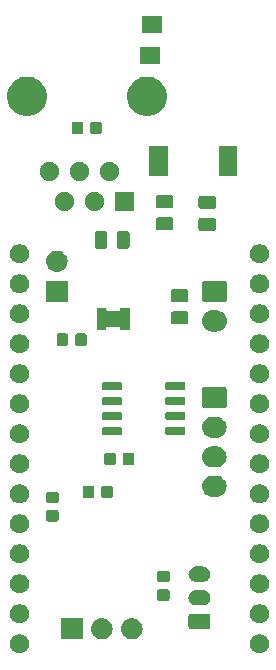
<source format=gbr>
G04 #@! TF.GenerationSoftware,KiCad,Pcbnew,(5.0.1)-rc2*
G04 #@! TF.CreationDate,2019-03-09T00:38:12-07:00*
G04 #@! TF.ProjectId,weatherStation,7765617468657253746174696F6E2E6B,rev?*
G04 #@! TF.SameCoordinates,Original*
G04 #@! TF.FileFunction,Soldermask,Bot*
G04 #@! TF.FilePolarity,Negative*
%FSLAX46Y46*%
G04 Gerber Fmt 4.6, Leading zero omitted, Abs format (unit mm)*
G04 Created by KiCad (PCBNEW (5.0.1)-rc2) date 3/9/2019 12:38:12 AM*
%MOMM*%
%LPD*%
G01*
G04 APERTURE LIST*
%ADD10C,0.100000*%
G04 APERTURE END LIST*
D10*
G36*
X115807142Y-105898242D02*
X115955102Y-105959530D01*
X116022130Y-106004317D01*
X116088257Y-106048501D01*
X116201499Y-106161743D01*
X116202191Y-106162779D01*
X116290470Y-106294898D01*
X116351758Y-106442858D01*
X116383000Y-106599925D01*
X116383000Y-106760075D01*
X116351758Y-106917142D01*
X116290470Y-107065102D01*
X116201498Y-107198258D01*
X116088258Y-107311498D01*
X115955102Y-107400470D01*
X115807142Y-107461758D01*
X115650075Y-107493000D01*
X115489925Y-107493000D01*
X115332858Y-107461758D01*
X115184898Y-107400470D01*
X115051742Y-107311498D01*
X114938502Y-107198258D01*
X114849530Y-107065102D01*
X114788242Y-106917142D01*
X114757000Y-106760075D01*
X114757000Y-106599925D01*
X114788242Y-106442858D01*
X114849530Y-106294898D01*
X114937809Y-106162779D01*
X114938501Y-106161743D01*
X115051743Y-106048501D01*
X115117870Y-106004317D01*
X115184898Y-105959530D01*
X115332858Y-105898242D01*
X115489925Y-105867000D01*
X115650075Y-105867000D01*
X115807142Y-105898242D01*
X115807142Y-105898242D01*
G37*
G36*
X95487142Y-105898242D02*
X95635102Y-105959530D01*
X95702130Y-106004317D01*
X95768257Y-106048501D01*
X95881499Y-106161743D01*
X95882191Y-106162779D01*
X95970470Y-106294898D01*
X96031758Y-106442858D01*
X96063000Y-106599925D01*
X96063000Y-106760075D01*
X96031758Y-106917142D01*
X95970470Y-107065102D01*
X95881498Y-107198258D01*
X95768258Y-107311498D01*
X95635102Y-107400470D01*
X95487142Y-107461758D01*
X95330075Y-107493000D01*
X95169925Y-107493000D01*
X95012858Y-107461758D01*
X94864898Y-107400470D01*
X94731742Y-107311498D01*
X94618502Y-107198258D01*
X94529530Y-107065102D01*
X94468242Y-106917142D01*
X94437000Y-106760075D01*
X94437000Y-106599925D01*
X94468242Y-106442858D01*
X94529530Y-106294898D01*
X94617809Y-106162779D01*
X94618501Y-106161743D01*
X94731743Y-106048501D01*
X94797870Y-106004317D01*
X94864898Y-105959530D01*
X95012858Y-105898242D01*
X95169925Y-105867000D01*
X95330075Y-105867000D01*
X95487142Y-105898242D01*
X95487142Y-105898242D01*
G37*
G36*
X104885443Y-104515519D02*
X104951627Y-104522037D01*
X105064853Y-104556384D01*
X105121467Y-104573557D01*
X105260087Y-104647652D01*
X105277991Y-104657222D01*
X105279253Y-104658258D01*
X105415186Y-104769814D01*
X105489584Y-104860470D01*
X105527778Y-104907009D01*
X105527779Y-104907011D01*
X105611443Y-105063533D01*
X105611443Y-105063534D01*
X105662963Y-105233373D01*
X105680359Y-105410000D01*
X105662963Y-105586627D01*
X105628616Y-105699853D01*
X105611443Y-105756467D01*
X105552361Y-105867000D01*
X105527778Y-105912991D01*
X105498448Y-105948729D01*
X105415186Y-106050186D01*
X105313729Y-106133448D01*
X105277991Y-106162778D01*
X105277989Y-106162779D01*
X105121467Y-106246443D01*
X105064853Y-106263616D01*
X104951627Y-106297963D01*
X104885442Y-106304482D01*
X104819260Y-106311000D01*
X104730740Y-106311000D01*
X104664558Y-106304482D01*
X104598373Y-106297963D01*
X104485147Y-106263616D01*
X104428533Y-106246443D01*
X104272011Y-106162779D01*
X104272009Y-106162778D01*
X104236271Y-106133448D01*
X104134814Y-106050186D01*
X104051552Y-105948729D01*
X104022222Y-105912991D01*
X103997639Y-105867000D01*
X103938557Y-105756467D01*
X103921384Y-105699853D01*
X103887037Y-105586627D01*
X103869641Y-105410000D01*
X103887037Y-105233373D01*
X103938557Y-105063534D01*
X103938557Y-105063533D01*
X104022221Y-104907011D01*
X104022222Y-104907009D01*
X104060416Y-104860470D01*
X104134814Y-104769814D01*
X104270747Y-104658258D01*
X104272009Y-104657222D01*
X104289913Y-104647652D01*
X104428533Y-104573557D01*
X104485147Y-104556384D01*
X104598373Y-104522037D01*
X104664557Y-104515519D01*
X104730740Y-104509000D01*
X104819260Y-104509000D01*
X104885443Y-104515519D01*
X104885443Y-104515519D01*
G37*
G36*
X102345443Y-104515519D02*
X102411627Y-104522037D01*
X102524853Y-104556384D01*
X102581467Y-104573557D01*
X102720087Y-104647652D01*
X102737991Y-104657222D01*
X102739253Y-104658258D01*
X102875186Y-104769814D01*
X102949584Y-104860470D01*
X102987778Y-104907009D01*
X102987779Y-104907011D01*
X103071443Y-105063533D01*
X103071443Y-105063534D01*
X103122963Y-105233373D01*
X103140359Y-105410000D01*
X103122963Y-105586627D01*
X103088616Y-105699853D01*
X103071443Y-105756467D01*
X103012361Y-105867000D01*
X102987778Y-105912991D01*
X102958448Y-105948729D01*
X102875186Y-106050186D01*
X102773729Y-106133448D01*
X102737991Y-106162778D01*
X102737989Y-106162779D01*
X102581467Y-106246443D01*
X102524853Y-106263616D01*
X102411627Y-106297963D01*
X102345442Y-106304482D01*
X102279260Y-106311000D01*
X102190740Y-106311000D01*
X102124558Y-106304482D01*
X102058373Y-106297963D01*
X101945147Y-106263616D01*
X101888533Y-106246443D01*
X101732011Y-106162779D01*
X101732009Y-106162778D01*
X101696271Y-106133448D01*
X101594814Y-106050186D01*
X101511552Y-105948729D01*
X101482222Y-105912991D01*
X101457639Y-105867000D01*
X101398557Y-105756467D01*
X101381384Y-105699853D01*
X101347037Y-105586627D01*
X101329641Y-105410000D01*
X101347037Y-105233373D01*
X101398557Y-105063534D01*
X101398557Y-105063533D01*
X101482221Y-104907011D01*
X101482222Y-104907009D01*
X101520416Y-104860470D01*
X101594814Y-104769814D01*
X101730747Y-104658258D01*
X101732009Y-104657222D01*
X101749913Y-104647652D01*
X101888533Y-104573557D01*
X101945147Y-104556384D01*
X102058373Y-104522037D01*
X102124557Y-104515519D01*
X102190740Y-104509000D01*
X102279260Y-104509000D01*
X102345443Y-104515519D01*
X102345443Y-104515519D01*
G37*
G36*
X100596000Y-106311000D02*
X98794000Y-106311000D01*
X98794000Y-104509000D01*
X100596000Y-104509000D01*
X100596000Y-106311000D01*
X100596000Y-106311000D01*
G37*
G36*
X111256242Y-104128404D02*
X111293339Y-104139657D01*
X111327520Y-104157927D01*
X111357482Y-104182518D01*
X111382073Y-104212480D01*
X111400343Y-104246661D01*
X111411596Y-104283758D01*
X111416000Y-104328473D01*
X111416000Y-105221527D01*
X111411596Y-105266242D01*
X111400343Y-105303339D01*
X111382073Y-105337520D01*
X111357482Y-105367482D01*
X111327520Y-105392073D01*
X111293339Y-105410343D01*
X111256242Y-105421596D01*
X111211527Y-105426000D01*
X109768473Y-105426000D01*
X109723758Y-105421596D01*
X109686661Y-105410343D01*
X109652480Y-105392073D01*
X109622518Y-105367482D01*
X109597927Y-105337520D01*
X109579657Y-105303339D01*
X109568404Y-105266242D01*
X109564000Y-105221527D01*
X109564000Y-104328473D01*
X109568404Y-104283758D01*
X109579657Y-104246661D01*
X109597927Y-104212480D01*
X109622518Y-104182518D01*
X109652480Y-104157927D01*
X109686661Y-104139657D01*
X109723758Y-104128404D01*
X109768473Y-104124000D01*
X111211527Y-104124000D01*
X111256242Y-104128404D01*
X111256242Y-104128404D01*
G37*
G36*
X95487142Y-103358242D02*
X95538112Y-103379355D01*
X95627981Y-103416580D01*
X95635102Y-103419530D01*
X95768258Y-103508502D01*
X95881498Y-103621742D01*
X95970470Y-103754898D01*
X96031758Y-103902858D01*
X96063000Y-104059925D01*
X96063000Y-104220075D01*
X96031758Y-104377142D01*
X95984354Y-104491583D01*
X95970471Y-104525100D01*
X95882191Y-104657222D01*
X95881498Y-104658258D01*
X95768258Y-104771498D01*
X95635102Y-104860470D01*
X95487142Y-104921758D01*
X95330075Y-104953000D01*
X95169925Y-104953000D01*
X95012858Y-104921758D01*
X94864898Y-104860470D01*
X94731742Y-104771498D01*
X94618502Y-104658258D01*
X94617810Y-104657222D01*
X94529529Y-104525100D01*
X94515646Y-104491583D01*
X94468242Y-104377142D01*
X94437000Y-104220075D01*
X94437000Y-104059925D01*
X94468242Y-103902858D01*
X94529530Y-103754898D01*
X94618502Y-103621742D01*
X94731742Y-103508502D01*
X94864898Y-103419530D01*
X94872020Y-103416580D01*
X94961888Y-103379355D01*
X95012858Y-103358242D01*
X95169925Y-103327000D01*
X95330075Y-103327000D01*
X95487142Y-103358242D01*
X95487142Y-103358242D01*
G37*
G36*
X115807142Y-103358242D02*
X115858112Y-103379355D01*
X115947981Y-103416580D01*
X115955102Y-103419530D01*
X116088258Y-103508502D01*
X116201498Y-103621742D01*
X116290470Y-103754898D01*
X116351758Y-103902858D01*
X116383000Y-104059925D01*
X116383000Y-104220075D01*
X116351758Y-104377142D01*
X116304354Y-104491583D01*
X116290471Y-104525100D01*
X116202191Y-104657222D01*
X116201498Y-104658258D01*
X116088258Y-104771498D01*
X115955102Y-104860470D01*
X115807142Y-104921758D01*
X115650075Y-104953000D01*
X115489925Y-104953000D01*
X115332858Y-104921758D01*
X115184898Y-104860470D01*
X115051742Y-104771498D01*
X114938502Y-104658258D01*
X114937810Y-104657222D01*
X114849529Y-104525100D01*
X114835646Y-104491583D01*
X114788242Y-104377142D01*
X114757000Y-104220075D01*
X114757000Y-104059925D01*
X114788242Y-103902858D01*
X114849530Y-103754898D01*
X114938502Y-103621742D01*
X115051742Y-103508502D01*
X115184898Y-103419530D01*
X115192020Y-103416580D01*
X115281888Y-103379355D01*
X115332858Y-103358242D01*
X115489925Y-103327000D01*
X115650075Y-103327000D01*
X115807142Y-103358242D01*
X115807142Y-103358242D01*
G37*
G36*
X110828855Y-102127140D02*
X110892618Y-102133420D01*
X110974427Y-102158237D01*
X111015333Y-102170645D01*
X111074330Y-102202180D01*
X111128426Y-102231095D01*
X111227553Y-102312447D01*
X111308905Y-102411574D01*
X111308906Y-102411576D01*
X111369355Y-102524667D01*
X111369355Y-102524668D01*
X111406580Y-102647382D01*
X111419149Y-102775000D01*
X111406580Y-102902618D01*
X111384702Y-102974739D01*
X111369355Y-103025333D01*
X111315819Y-103125491D01*
X111308905Y-103138426D01*
X111227553Y-103237553D01*
X111128426Y-103318905D01*
X111128424Y-103318906D01*
X111015333Y-103379355D01*
X110974427Y-103391763D01*
X110892618Y-103416580D01*
X110828855Y-103422860D01*
X110796974Y-103426000D01*
X110183026Y-103426000D01*
X110151145Y-103422860D01*
X110087382Y-103416580D01*
X110005573Y-103391763D01*
X109964667Y-103379355D01*
X109851576Y-103318906D01*
X109851574Y-103318905D01*
X109752447Y-103237553D01*
X109671095Y-103138426D01*
X109664181Y-103125491D01*
X109610645Y-103025333D01*
X109595298Y-102974739D01*
X109573420Y-102902618D01*
X109560851Y-102775000D01*
X109573420Y-102647382D01*
X109610645Y-102524668D01*
X109610645Y-102524667D01*
X109671094Y-102411576D01*
X109671095Y-102411574D01*
X109752447Y-102312447D01*
X109851574Y-102231095D01*
X109905670Y-102202180D01*
X109964667Y-102170645D01*
X110005573Y-102158237D01*
X110087382Y-102133420D01*
X110151145Y-102127140D01*
X110183026Y-102124000D01*
X110796974Y-102124000D01*
X110828855Y-102127140D01*
X110828855Y-102127140D01*
G37*
G36*
X107821591Y-102055485D02*
X107855569Y-102065793D01*
X107886887Y-102082533D01*
X107914339Y-102105061D01*
X107936867Y-102132513D01*
X107953607Y-102163831D01*
X107963915Y-102197809D01*
X107968000Y-102239290D01*
X107968000Y-102840510D01*
X107963915Y-102881991D01*
X107953607Y-102915969D01*
X107936867Y-102947287D01*
X107914339Y-102974739D01*
X107886887Y-102997267D01*
X107855569Y-103014007D01*
X107821591Y-103024315D01*
X107780110Y-103028400D01*
X107103890Y-103028400D01*
X107062409Y-103024315D01*
X107028431Y-103014007D01*
X106997113Y-102997267D01*
X106969661Y-102974739D01*
X106947133Y-102947287D01*
X106930393Y-102915969D01*
X106920085Y-102881991D01*
X106916000Y-102840510D01*
X106916000Y-102239290D01*
X106920085Y-102197809D01*
X106930393Y-102163831D01*
X106947133Y-102132513D01*
X106969661Y-102105061D01*
X106997113Y-102082533D01*
X107028431Y-102065793D01*
X107062409Y-102055485D01*
X107103890Y-102051400D01*
X107780110Y-102051400D01*
X107821591Y-102055485D01*
X107821591Y-102055485D01*
G37*
G36*
X115807142Y-100818242D02*
X115955102Y-100879530D01*
X116088258Y-100968502D01*
X116201498Y-101081742D01*
X116290470Y-101214898D01*
X116351758Y-101362858D01*
X116383000Y-101519925D01*
X116383000Y-101680075D01*
X116351758Y-101837142D01*
X116304354Y-101951583D01*
X116290471Y-101985100D01*
X116201499Y-102118257D01*
X116088257Y-102231499D01*
X116063563Y-102247999D01*
X115955102Y-102320470D01*
X115807142Y-102381758D01*
X115650075Y-102413000D01*
X115489925Y-102413000D01*
X115332858Y-102381758D01*
X115184898Y-102320470D01*
X115076437Y-102247999D01*
X115051743Y-102231499D01*
X114938501Y-102118257D01*
X114849529Y-101985100D01*
X114835646Y-101951583D01*
X114788242Y-101837142D01*
X114757000Y-101680075D01*
X114757000Y-101519925D01*
X114788242Y-101362858D01*
X114849530Y-101214898D01*
X114938502Y-101081742D01*
X115051742Y-100968502D01*
X115184898Y-100879530D01*
X115332858Y-100818242D01*
X115489925Y-100787000D01*
X115650075Y-100787000D01*
X115807142Y-100818242D01*
X115807142Y-100818242D01*
G37*
G36*
X95487142Y-100818242D02*
X95635102Y-100879530D01*
X95768258Y-100968502D01*
X95881498Y-101081742D01*
X95970470Y-101214898D01*
X96031758Y-101362858D01*
X96063000Y-101519925D01*
X96063000Y-101680075D01*
X96031758Y-101837142D01*
X95984354Y-101951583D01*
X95970471Y-101985100D01*
X95881499Y-102118257D01*
X95768257Y-102231499D01*
X95743563Y-102247999D01*
X95635102Y-102320470D01*
X95487142Y-102381758D01*
X95330075Y-102413000D01*
X95169925Y-102413000D01*
X95012858Y-102381758D01*
X94864898Y-102320470D01*
X94756437Y-102247999D01*
X94731743Y-102231499D01*
X94618501Y-102118257D01*
X94529529Y-101985100D01*
X94515646Y-101951583D01*
X94468242Y-101837142D01*
X94437000Y-101680075D01*
X94437000Y-101519925D01*
X94468242Y-101362858D01*
X94529530Y-101214898D01*
X94618502Y-101081742D01*
X94731742Y-100968502D01*
X94864898Y-100879530D01*
X95012858Y-100818242D01*
X95169925Y-100787000D01*
X95330075Y-100787000D01*
X95487142Y-100818242D01*
X95487142Y-100818242D01*
G37*
G36*
X107821591Y-100480485D02*
X107855569Y-100490793D01*
X107886887Y-100507533D01*
X107914339Y-100530061D01*
X107936867Y-100557513D01*
X107953607Y-100588831D01*
X107963915Y-100622809D01*
X107968000Y-100664290D01*
X107968000Y-101265510D01*
X107963915Y-101306991D01*
X107953607Y-101340969D01*
X107936867Y-101372287D01*
X107914339Y-101399739D01*
X107886887Y-101422267D01*
X107855569Y-101439007D01*
X107821591Y-101449315D01*
X107780110Y-101453400D01*
X107103890Y-101453400D01*
X107062409Y-101449315D01*
X107028431Y-101439007D01*
X106997113Y-101422267D01*
X106969661Y-101399739D01*
X106947133Y-101372287D01*
X106930393Y-101340969D01*
X106920085Y-101306991D01*
X106916000Y-101265510D01*
X106916000Y-100664290D01*
X106920085Y-100622809D01*
X106930393Y-100588831D01*
X106947133Y-100557513D01*
X106969661Y-100530061D01*
X106997113Y-100507533D01*
X107028431Y-100490793D01*
X107062409Y-100480485D01*
X107103890Y-100476400D01*
X107780110Y-100476400D01*
X107821591Y-100480485D01*
X107821591Y-100480485D01*
G37*
G36*
X110828855Y-100127140D02*
X110892618Y-100133420D01*
X110974427Y-100158237D01*
X111015333Y-100170645D01*
X111115491Y-100224181D01*
X111128426Y-100231095D01*
X111227553Y-100312447D01*
X111308905Y-100411574D01*
X111308906Y-100411576D01*
X111369355Y-100524667D01*
X111381763Y-100565573D01*
X111406580Y-100647382D01*
X111419149Y-100775000D01*
X111406580Y-100902618D01*
X111386594Y-100968502D01*
X111369355Y-101025333D01*
X111339203Y-101081742D01*
X111308905Y-101138426D01*
X111227553Y-101237553D01*
X111128426Y-101318905D01*
X111128424Y-101318906D01*
X111015333Y-101379355D01*
X110974427Y-101391763D01*
X110892618Y-101416580D01*
X110828855Y-101422860D01*
X110796974Y-101426000D01*
X110183026Y-101426000D01*
X110151145Y-101422860D01*
X110087382Y-101416580D01*
X110005573Y-101391763D01*
X109964667Y-101379355D01*
X109851576Y-101318906D01*
X109851574Y-101318905D01*
X109752447Y-101237553D01*
X109671095Y-101138426D01*
X109640797Y-101081742D01*
X109610645Y-101025333D01*
X109593406Y-100968502D01*
X109573420Y-100902618D01*
X109560851Y-100775000D01*
X109573420Y-100647382D01*
X109598237Y-100565573D01*
X109610645Y-100524667D01*
X109671094Y-100411576D01*
X109671095Y-100411574D01*
X109752447Y-100312447D01*
X109851574Y-100231095D01*
X109864509Y-100224181D01*
X109964667Y-100170645D01*
X110005573Y-100158237D01*
X110087382Y-100133420D01*
X110151145Y-100127140D01*
X110183026Y-100124000D01*
X110796974Y-100124000D01*
X110828855Y-100127140D01*
X110828855Y-100127140D01*
G37*
G36*
X115807142Y-98278242D02*
X115955102Y-98339530D01*
X116088258Y-98428502D01*
X116201498Y-98541742D01*
X116290470Y-98674898D01*
X116351758Y-98822858D01*
X116383000Y-98979925D01*
X116383000Y-99140075D01*
X116351758Y-99297142D01*
X116290470Y-99445102D01*
X116201498Y-99578258D01*
X116088258Y-99691498D01*
X115955102Y-99780470D01*
X115807142Y-99841758D01*
X115650075Y-99873000D01*
X115489925Y-99873000D01*
X115332858Y-99841758D01*
X115184898Y-99780470D01*
X115051742Y-99691498D01*
X114938502Y-99578258D01*
X114849530Y-99445102D01*
X114788242Y-99297142D01*
X114757000Y-99140075D01*
X114757000Y-98979925D01*
X114788242Y-98822858D01*
X114849530Y-98674898D01*
X114938502Y-98541742D01*
X115051742Y-98428502D01*
X115184898Y-98339530D01*
X115332858Y-98278242D01*
X115489925Y-98247000D01*
X115650075Y-98247000D01*
X115807142Y-98278242D01*
X115807142Y-98278242D01*
G37*
G36*
X95487142Y-98278242D02*
X95635102Y-98339530D01*
X95768258Y-98428502D01*
X95881498Y-98541742D01*
X95970470Y-98674898D01*
X96031758Y-98822858D01*
X96063000Y-98979925D01*
X96063000Y-99140075D01*
X96031758Y-99297142D01*
X95970470Y-99445102D01*
X95881498Y-99578258D01*
X95768258Y-99691498D01*
X95635102Y-99780470D01*
X95487142Y-99841758D01*
X95330075Y-99873000D01*
X95169925Y-99873000D01*
X95012858Y-99841758D01*
X94864898Y-99780470D01*
X94731742Y-99691498D01*
X94618502Y-99578258D01*
X94529530Y-99445102D01*
X94468242Y-99297142D01*
X94437000Y-99140075D01*
X94437000Y-98979925D01*
X94468242Y-98822858D01*
X94529530Y-98674898D01*
X94618502Y-98541742D01*
X94731742Y-98428502D01*
X94864898Y-98339530D01*
X95012858Y-98278242D01*
X95169925Y-98247000D01*
X95330075Y-98247000D01*
X95487142Y-98278242D01*
X95487142Y-98278242D01*
G37*
G36*
X115807142Y-95738242D02*
X115955102Y-95799530D01*
X116088258Y-95888502D01*
X116201498Y-96001742D01*
X116290470Y-96134898D01*
X116351758Y-96282858D01*
X116383000Y-96439925D01*
X116383000Y-96600075D01*
X116351758Y-96757142D01*
X116290470Y-96905102D01*
X116201498Y-97038258D01*
X116088258Y-97151498D01*
X115955102Y-97240470D01*
X115807142Y-97301758D01*
X115650075Y-97333000D01*
X115489925Y-97333000D01*
X115332858Y-97301758D01*
X115184898Y-97240470D01*
X115051742Y-97151498D01*
X114938502Y-97038258D01*
X114849530Y-96905102D01*
X114788242Y-96757142D01*
X114757000Y-96600075D01*
X114757000Y-96439925D01*
X114788242Y-96282858D01*
X114849530Y-96134898D01*
X114938502Y-96001742D01*
X115051742Y-95888502D01*
X115184898Y-95799530D01*
X115332858Y-95738242D01*
X115489925Y-95707000D01*
X115650075Y-95707000D01*
X115807142Y-95738242D01*
X115807142Y-95738242D01*
G37*
G36*
X95487142Y-95738242D02*
X95635102Y-95799530D01*
X95768258Y-95888502D01*
X95881498Y-96001742D01*
X95970470Y-96134898D01*
X96031758Y-96282858D01*
X96063000Y-96439925D01*
X96063000Y-96600075D01*
X96031758Y-96757142D01*
X95970470Y-96905102D01*
X95881498Y-97038258D01*
X95768258Y-97151498D01*
X95635102Y-97240470D01*
X95487142Y-97301758D01*
X95330075Y-97333000D01*
X95169925Y-97333000D01*
X95012858Y-97301758D01*
X94864898Y-97240470D01*
X94731742Y-97151498D01*
X94618502Y-97038258D01*
X94529530Y-96905102D01*
X94468242Y-96757142D01*
X94437000Y-96600075D01*
X94437000Y-96439925D01*
X94468242Y-96282858D01*
X94529530Y-96134898D01*
X94618502Y-96001742D01*
X94731742Y-95888502D01*
X94864898Y-95799530D01*
X95012858Y-95738242D01*
X95169925Y-95707000D01*
X95330075Y-95707000D01*
X95487142Y-95738242D01*
X95487142Y-95738242D01*
G37*
G36*
X98423591Y-95362585D02*
X98457569Y-95372893D01*
X98488887Y-95389633D01*
X98516339Y-95412161D01*
X98538867Y-95439613D01*
X98555607Y-95470931D01*
X98565915Y-95504909D01*
X98570000Y-95546390D01*
X98570000Y-96147610D01*
X98565915Y-96189091D01*
X98555607Y-96223069D01*
X98538867Y-96254387D01*
X98516339Y-96281839D01*
X98488887Y-96304367D01*
X98457569Y-96321107D01*
X98423591Y-96331415D01*
X98382110Y-96335500D01*
X97705890Y-96335500D01*
X97664409Y-96331415D01*
X97630431Y-96321107D01*
X97599113Y-96304367D01*
X97571661Y-96281839D01*
X97549133Y-96254387D01*
X97532393Y-96223069D01*
X97522085Y-96189091D01*
X97518000Y-96147610D01*
X97518000Y-95546390D01*
X97522085Y-95504909D01*
X97532393Y-95470931D01*
X97549133Y-95439613D01*
X97571661Y-95412161D01*
X97599113Y-95389633D01*
X97630431Y-95372893D01*
X97664409Y-95362585D01*
X97705890Y-95358500D01*
X98382110Y-95358500D01*
X98423591Y-95362585D01*
X98423591Y-95362585D01*
G37*
G36*
X95487142Y-93198242D02*
X95635102Y-93259530D01*
X95698064Y-93301600D01*
X95759671Y-93342764D01*
X95768258Y-93348502D01*
X95881498Y-93461742D01*
X95970470Y-93594898D01*
X96031758Y-93742858D01*
X96063000Y-93899925D01*
X96063000Y-94060075D01*
X96031758Y-94217142D01*
X96019804Y-94246000D01*
X95970471Y-94365100D01*
X95881499Y-94498257D01*
X95768257Y-94611499D01*
X95713526Y-94648069D01*
X95635102Y-94700470D01*
X95487142Y-94761758D01*
X95330075Y-94793000D01*
X95169925Y-94793000D01*
X95012858Y-94761758D01*
X94864898Y-94700470D01*
X94786474Y-94648069D01*
X94731743Y-94611499D01*
X94618501Y-94498257D01*
X94529529Y-94365100D01*
X94480196Y-94246000D01*
X94468242Y-94217142D01*
X94437000Y-94060075D01*
X94437000Y-93899925D01*
X94468242Y-93742858D01*
X94529530Y-93594898D01*
X94618502Y-93461742D01*
X94731742Y-93348502D01*
X94740330Y-93342764D01*
X94801936Y-93301600D01*
X94864898Y-93259530D01*
X95012858Y-93198242D01*
X95169925Y-93167000D01*
X95330075Y-93167000D01*
X95487142Y-93198242D01*
X95487142Y-93198242D01*
G37*
G36*
X115807142Y-93198242D02*
X115955102Y-93259530D01*
X116018064Y-93301600D01*
X116079671Y-93342764D01*
X116088258Y-93348502D01*
X116201498Y-93461742D01*
X116290470Y-93594898D01*
X116351758Y-93742858D01*
X116383000Y-93899925D01*
X116383000Y-94060075D01*
X116351758Y-94217142D01*
X116339804Y-94246000D01*
X116290471Y-94365100D01*
X116201499Y-94498257D01*
X116088257Y-94611499D01*
X116033526Y-94648069D01*
X115955102Y-94700470D01*
X115807142Y-94761758D01*
X115650075Y-94793000D01*
X115489925Y-94793000D01*
X115332858Y-94761758D01*
X115184898Y-94700470D01*
X115106474Y-94648069D01*
X115051743Y-94611499D01*
X114938501Y-94498257D01*
X114849529Y-94365100D01*
X114800196Y-94246000D01*
X114788242Y-94217142D01*
X114757000Y-94060075D01*
X114757000Y-93899925D01*
X114788242Y-93742858D01*
X114849530Y-93594898D01*
X114938502Y-93461742D01*
X115051742Y-93348502D01*
X115060330Y-93342764D01*
X115121936Y-93301600D01*
X115184898Y-93259530D01*
X115332858Y-93198242D01*
X115489925Y-93167000D01*
X115650075Y-93167000D01*
X115807142Y-93198242D01*
X115807142Y-93198242D01*
G37*
G36*
X98423591Y-93787585D02*
X98457569Y-93797893D01*
X98488887Y-93814633D01*
X98516339Y-93837161D01*
X98538867Y-93864613D01*
X98555607Y-93895931D01*
X98565915Y-93929909D01*
X98570000Y-93971390D01*
X98570000Y-94572610D01*
X98565915Y-94614091D01*
X98555607Y-94648069D01*
X98538867Y-94679387D01*
X98516339Y-94706839D01*
X98488887Y-94729367D01*
X98457569Y-94746107D01*
X98423591Y-94756415D01*
X98382110Y-94760500D01*
X97705890Y-94760500D01*
X97664409Y-94756415D01*
X97630431Y-94746107D01*
X97599113Y-94729367D01*
X97571661Y-94706839D01*
X97549133Y-94679387D01*
X97532393Y-94648069D01*
X97522085Y-94614091D01*
X97518000Y-94572610D01*
X97518000Y-93971390D01*
X97522085Y-93929909D01*
X97532393Y-93895931D01*
X97549133Y-93864613D01*
X97571661Y-93837161D01*
X97599113Y-93814633D01*
X97630431Y-93797893D01*
X97664409Y-93787585D01*
X97705890Y-93783500D01*
X98382110Y-93783500D01*
X98423591Y-93787585D01*
X98423591Y-93787585D01*
G37*
G36*
X101433891Y-93305685D02*
X101467869Y-93315993D01*
X101499187Y-93332733D01*
X101526639Y-93355261D01*
X101549167Y-93382713D01*
X101565907Y-93414031D01*
X101576215Y-93448009D01*
X101580300Y-93489490D01*
X101580300Y-94165710D01*
X101576215Y-94207191D01*
X101565907Y-94241169D01*
X101549167Y-94272487D01*
X101526639Y-94299939D01*
X101499187Y-94322467D01*
X101467869Y-94339207D01*
X101433891Y-94349515D01*
X101392410Y-94353600D01*
X100791190Y-94353600D01*
X100749709Y-94349515D01*
X100715731Y-94339207D01*
X100684413Y-94322467D01*
X100656961Y-94299939D01*
X100634433Y-94272487D01*
X100617693Y-94241169D01*
X100607385Y-94207191D01*
X100603300Y-94165710D01*
X100603300Y-93489490D01*
X100607385Y-93448009D01*
X100617693Y-93414031D01*
X100634433Y-93382713D01*
X100656961Y-93355261D01*
X100684413Y-93332733D01*
X100715731Y-93315993D01*
X100749709Y-93305685D01*
X100791190Y-93301600D01*
X101392410Y-93301600D01*
X101433891Y-93305685D01*
X101433891Y-93305685D01*
G37*
G36*
X103008891Y-93305685D02*
X103042869Y-93315993D01*
X103074187Y-93332733D01*
X103101639Y-93355261D01*
X103124167Y-93382713D01*
X103140907Y-93414031D01*
X103151215Y-93448009D01*
X103155300Y-93489490D01*
X103155300Y-94165710D01*
X103151215Y-94207191D01*
X103140907Y-94241169D01*
X103124167Y-94272487D01*
X103101639Y-94299939D01*
X103074187Y-94322467D01*
X103042869Y-94339207D01*
X103008891Y-94349515D01*
X102967410Y-94353600D01*
X102366190Y-94353600D01*
X102324709Y-94349515D01*
X102290731Y-94339207D01*
X102259413Y-94322467D01*
X102231961Y-94299939D01*
X102209433Y-94272487D01*
X102192693Y-94241169D01*
X102182385Y-94207191D01*
X102178300Y-94165710D01*
X102178300Y-93489490D01*
X102182385Y-93448009D01*
X102192693Y-93414031D01*
X102209433Y-93382713D01*
X102231961Y-93355261D01*
X102259413Y-93332733D01*
X102290731Y-93315993D01*
X102324709Y-93305685D01*
X102366190Y-93301600D01*
X102967410Y-93301600D01*
X103008891Y-93305685D01*
X103008891Y-93305685D01*
G37*
G36*
X111995443Y-92450519D02*
X112061627Y-92457037D01*
X112174853Y-92491384D01*
X112231467Y-92508557D01*
X112370087Y-92582652D01*
X112387991Y-92592222D01*
X112423729Y-92621552D01*
X112525186Y-92704814D01*
X112608448Y-92806271D01*
X112637778Y-92842009D01*
X112637779Y-92842011D01*
X112721443Y-92998533D01*
X112721443Y-92998534D01*
X112772963Y-93168373D01*
X112790359Y-93345000D01*
X112772963Y-93521627D01*
X112750736Y-93594900D01*
X112721443Y-93691467D01*
X112670066Y-93787585D01*
X112637778Y-93847991D01*
X112608448Y-93883729D01*
X112525186Y-93985186D01*
X112433933Y-94060074D01*
X112387991Y-94097778D01*
X112387989Y-94097779D01*
X112231467Y-94181443D01*
X112174853Y-94198616D01*
X112061627Y-94232963D01*
X111995443Y-94239481D01*
X111929260Y-94246000D01*
X111590740Y-94246000D01*
X111524557Y-94239481D01*
X111458373Y-94232963D01*
X111345147Y-94198616D01*
X111288533Y-94181443D01*
X111132011Y-94097779D01*
X111132009Y-94097778D01*
X111086067Y-94060074D01*
X110994814Y-93985186D01*
X110911552Y-93883729D01*
X110882222Y-93847991D01*
X110849934Y-93787585D01*
X110798557Y-93691467D01*
X110769264Y-93594900D01*
X110747037Y-93521627D01*
X110729641Y-93345000D01*
X110747037Y-93168373D01*
X110798557Y-92998534D01*
X110798557Y-92998533D01*
X110882221Y-92842011D01*
X110882222Y-92842009D01*
X110911552Y-92806271D01*
X110994814Y-92704814D01*
X111096271Y-92621552D01*
X111132009Y-92592222D01*
X111149913Y-92582652D01*
X111288533Y-92508557D01*
X111345147Y-92491384D01*
X111458373Y-92457037D01*
X111524557Y-92450519D01*
X111590740Y-92444000D01*
X111929260Y-92444000D01*
X111995443Y-92450519D01*
X111995443Y-92450519D01*
G37*
G36*
X95487142Y-90658242D02*
X95635102Y-90719530D01*
X95768258Y-90808502D01*
X95881498Y-90921742D01*
X95970470Y-91054898D01*
X96031758Y-91202858D01*
X96063000Y-91359925D01*
X96063000Y-91520075D01*
X96031758Y-91677142D01*
X95970470Y-91825102D01*
X95881498Y-91958258D01*
X95768258Y-92071498D01*
X95635102Y-92160470D01*
X95487142Y-92221758D01*
X95330075Y-92253000D01*
X95169925Y-92253000D01*
X95012858Y-92221758D01*
X94864898Y-92160470D01*
X94731742Y-92071498D01*
X94618502Y-91958258D01*
X94529530Y-91825102D01*
X94468242Y-91677142D01*
X94437000Y-91520075D01*
X94437000Y-91359925D01*
X94468242Y-91202858D01*
X94529530Y-91054898D01*
X94618502Y-90921742D01*
X94731742Y-90808502D01*
X94864898Y-90719530D01*
X95012858Y-90658242D01*
X95169925Y-90627000D01*
X95330075Y-90627000D01*
X95487142Y-90658242D01*
X95487142Y-90658242D01*
G37*
G36*
X115807142Y-90658242D02*
X115955102Y-90719530D01*
X116088258Y-90808502D01*
X116201498Y-90921742D01*
X116290470Y-91054898D01*
X116351758Y-91202858D01*
X116383000Y-91359925D01*
X116383000Y-91520075D01*
X116351758Y-91677142D01*
X116290470Y-91825102D01*
X116201498Y-91958258D01*
X116088258Y-92071498D01*
X115955102Y-92160470D01*
X115807142Y-92221758D01*
X115650075Y-92253000D01*
X115489925Y-92253000D01*
X115332858Y-92221758D01*
X115184898Y-92160470D01*
X115051742Y-92071498D01*
X114938502Y-91958258D01*
X114849530Y-91825102D01*
X114788242Y-91677142D01*
X114757000Y-91520075D01*
X114757000Y-91359925D01*
X114788242Y-91202858D01*
X114849530Y-91054898D01*
X114938502Y-90921742D01*
X115051742Y-90808502D01*
X115184898Y-90719530D01*
X115332858Y-90658242D01*
X115489925Y-90627000D01*
X115650075Y-90627000D01*
X115807142Y-90658242D01*
X115807142Y-90658242D01*
G37*
G36*
X111995443Y-89950519D02*
X112061627Y-89957037D01*
X112174853Y-89991384D01*
X112231467Y-90008557D01*
X112370087Y-90082652D01*
X112387991Y-90092222D01*
X112423729Y-90121552D01*
X112525186Y-90204814D01*
X112608448Y-90306271D01*
X112637778Y-90342009D01*
X112637779Y-90342011D01*
X112721443Y-90498533D01*
X112725617Y-90512293D01*
X112772963Y-90668373D01*
X112790359Y-90845000D01*
X112772963Y-91021627D01*
X112738616Y-91134853D01*
X112721443Y-91191467D01*
X112715354Y-91202858D01*
X112637778Y-91347991D01*
X112618312Y-91371710D01*
X112525186Y-91485186D01*
X112434511Y-91559600D01*
X112387991Y-91597778D01*
X112387989Y-91597779D01*
X112231467Y-91681443D01*
X112174853Y-91698616D01*
X112061627Y-91732963D01*
X111995443Y-91739481D01*
X111929260Y-91746000D01*
X111590740Y-91746000D01*
X111524557Y-91739481D01*
X111458373Y-91732963D01*
X111345147Y-91698616D01*
X111288533Y-91681443D01*
X111132011Y-91597779D01*
X111132009Y-91597778D01*
X111085489Y-91559600D01*
X110994814Y-91485186D01*
X110901688Y-91371710D01*
X110882222Y-91347991D01*
X110804646Y-91202858D01*
X110798557Y-91191467D01*
X110781384Y-91134853D01*
X110747037Y-91021627D01*
X110729641Y-90845000D01*
X110747037Y-90668373D01*
X110794383Y-90512293D01*
X110798557Y-90498533D01*
X110882221Y-90342011D01*
X110882222Y-90342009D01*
X110911552Y-90306271D01*
X110994814Y-90204814D01*
X111096271Y-90121552D01*
X111132009Y-90092222D01*
X111149913Y-90082652D01*
X111288533Y-90008557D01*
X111345147Y-89991384D01*
X111458373Y-89957037D01*
X111524557Y-89950519D01*
X111590740Y-89944000D01*
X111929260Y-89944000D01*
X111995443Y-89950519D01*
X111995443Y-89950519D01*
G37*
G36*
X103262691Y-90511685D02*
X103296669Y-90521993D01*
X103327987Y-90538733D01*
X103355439Y-90561261D01*
X103377967Y-90588713D01*
X103394707Y-90620031D01*
X103405015Y-90654009D01*
X103409100Y-90695490D01*
X103409100Y-91371710D01*
X103405015Y-91413191D01*
X103394707Y-91447169D01*
X103377967Y-91478487D01*
X103355439Y-91505939D01*
X103327987Y-91528467D01*
X103296669Y-91545207D01*
X103262691Y-91555515D01*
X103221210Y-91559600D01*
X102619990Y-91559600D01*
X102578509Y-91555515D01*
X102544531Y-91545207D01*
X102513213Y-91528467D01*
X102485761Y-91505939D01*
X102463233Y-91478487D01*
X102446493Y-91447169D01*
X102436185Y-91413191D01*
X102432100Y-91371710D01*
X102432100Y-90695490D01*
X102436185Y-90654009D01*
X102446493Y-90620031D01*
X102463233Y-90588713D01*
X102485761Y-90561261D01*
X102513213Y-90538733D01*
X102544531Y-90521993D01*
X102578509Y-90511685D01*
X102619990Y-90507600D01*
X103221210Y-90507600D01*
X103262691Y-90511685D01*
X103262691Y-90511685D01*
G37*
G36*
X104837691Y-90511685D02*
X104871669Y-90521993D01*
X104902987Y-90538733D01*
X104930439Y-90561261D01*
X104952967Y-90588713D01*
X104969707Y-90620031D01*
X104980015Y-90654009D01*
X104984100Y-90695490D01*
X104984100Y-91371710D01*
X104980015Y-91413191D01*
X104969707Y-91447169D01*
X104952967Y-91478487D01*
X104930439Y-91505939D01*
X104902987Y-91528467D01*
X104871669Y-91545207D01*
X104837691Y-91555515D01*
X104796210Y-91559600D01*
X104194990Y-91559600D01*
X104153509Y-91555515D01*
X104119531Y-91545207D01*
X104088213Y-91528467D01*
X104060761Y-91505939D01*
X104038233Y-91478487D01*
X104021493Y-91447169D01*
X104011185Y-91413191D01*
X104007100Y-91371710D01*
X104007100Y-90695490D01*
X104011185Y-90654009D01*
X104021493Y-90620031D01*
X104038233Y-90588713D01*
X104060761Y-90561261D01*
X104088213Y-90538733D01*
X104119531Y-90521993D01*
X104153509Y-90511685D01*
X104194990Y-90507600D01*
X104796210Y-90507600D01*
X104837691Y-90511685D01*
X104837691Y-90511685D01*
G37*
G36*
X95487142Y-88118242D02*
X95635102Y-88179530D01*
X95702130Y-88224317D01*
X95768257Y-88268501D01*
X95881499Y-88381743D01*
X95970471Y-88514900D01*
X95973257Y-88521627D01*
X96031758Y-88662858D01*
X96063000Y-88819925D01*
X96063000Y-88980075D01*
X96031758Y-89137142D01*
X95970470Y-89285102D01*
X95881498Y-89418258D01*
X95768258Y-89531498D01*
X95635102Y-89620470D01*
X95487142Y-89681758D01*
X95330075Y-89713000D01*
X95169925Y-89713000D01*
X95012858Y-89681758D01*
X94864898Y-89620470D01*
X94731742Y-89531498D01*
X94618502Y-89418258D01*
X94529530Y-89285102D01*
X94468242Y-89137142D01*
X94437000Y-88980075D01*
X94437000Y-88819925D01*
X94468242Y-88662858D01*
X94526743Y-88521627D01*
X94529529Y-88514900D01*
X94618501Y-88381743D01*
X94731743Y-88268501D01*
X94797870Y-88224317D01*
X94864898Y-88179530D01*
X95012858Y-88118242D01*
X95169925Y-88087000D01*
X95330075Y-88087000D01*
X95487142Y-88118242D01*
X95487142Y-88118242D01*
G37*
G36*
X115807142Y-88118242D02*
X115955102Y-88179530D01*
X116022130Y-88224317D01*
X116088257Y-88268501D01*
X116201499Y-88381743D01*
X116290471Y-88514900D01*
X116293257Y-88521627D01*
X116351758Y-88662858D01*
X116383000Y-88819925D01*
X116383000Y-88980075D01*
X116351758Y-89137142D01*
X116290470Y-89285102D01*
X116201498Y-89418258D01*
X116088258Y-89531498D01*
X115955102Y-89620470D01*
X115807142Y-89681758D01*
X115650075Y-89713000D01*
X115489925Y-89713000D01*
X115332858Y-89681758D01*
X115184898Y-89620470D01*
X115051742Y-89531498D01*
X114938502Y-89418258D01*
X114849530Y-89285102D01*
X114788242Y-89137142D01*
X114757000Y-88980075D01*
X114757000Y-88819925D01*
X114788242Y-88662858D01*
X114846743Y-88521627D01*
X114849529Y-88514900D01*
X114938501Y-88381743D01*
X115051743Y-88268501D01*
X115117870Y-88224317D01*
X115184898Y-88179530D01*
X115332858Y-88118242D01*
X115489925Y-88087000D01*
X115650075Y-88087000D01*
X115807142Y-88118242D01*
X115807142Y-88118242D01*
G37*
G36*
X111995443Y-87450519D02*
X112061627Y-87457037D01*
X112174853Y-87491384D01*
X112231467Y-87508557D01*
X112359326Y-87576900D01*
X112387991Y-87592222D01*
X112411040Y-87611138D01*
X112525186Y-87704814D01*
X112608448Y-87806271D01*
X112637778Y-87842009D01*
X112637779Y-87842011D01*
X112721443Y-87998533D01*
X112721443Y-87998534D01*
X112772963Y-88168373D01*
X112790359Y-88345000D01*
X112772963Y-88521627D01*
X112738616Y-88634853D01*
X112721443Y-88691467D01*
X112652780Y-88819925D01*
X112637778Y-88847991D01*
X112610575Y-88881138D01*
X112525186Y-88985186D01*
X112423729Y-89068448D01*
X112387991Y-89097778D01*
X112387989Y-89097779D01*
X112231467Y-89181443D01*
X112174853Y-89198616D01*
X112061627Y-89232963D01*
X111995442Y-89239482D01*
X111929260Y-89246000D01*
X111590740Y-89246000D01*
X111524558Y-89239482D01*
X111458373Y-89232963D01*
X111345147Y-89198616D01*
X111288533Y-89181443D01*
X111132011Y-89097779D01*
X111132009Y-89097778D01*
X111096271Y-89068448D01*
X110994814Y-88985186D01*
X110909425Y-88881138D01*
X110882222Y-88847991D01*
X110867220Y-88819925D01*
X110798557Y-88691467D01*
X110781384Y-88634853D01*
X110747037Y-88521627D01*
X110729641Y-88345000D01*
X110747037Y-88168373D01*
X110798557Y-87998534D01*
X110798557Y-87998533D01*
X110882221Y-87842011D01*
X110882222Y-87842009D01*
X110911552Y-87806271D01*
X110994814Y-87704814D01*
X111108960Y-87611138D01*
X111132009Y-87592222D01*
X111160674Y-87576900D01*
X111288533Y-87508557D01*
X111345147Y-87491384D01*
X111458373Y-87457037D01*
X111524557Y-87450519D01*
X111590740Y-87444000D01*
X111929260Y-87444000D01*
X111995443Y-87450519D01*
X111995443Y-87450519D01*
G37*
G36*
X103825528Y-88323164D02*
X103846611Y-88329560D01*
X103866042Y-88339946D01*
X103883075Y-88353925D01*
X103897054Y-88370958D01*
X103907440Y-88390389D01*
X103913836Y-88411472D01*
X103916600Y-88439540D01*
X103916600Y-88903260D01*
X103913836Y-88931328D01*
X103907440Y-88952411D01*
X103897054Y-88971842D01*
X103883075Y-88988875D01*
X103866042Y-89002854D01*
X103846611Y-89013240D01*
X103825528Y-89019636D01*
X103797460Y-89022400D01*
X102383740Y-89022400D01*
X102355672Y-89019636D01*
X102334589Y-89013240D01*
X102315158Y-89002854D01*
X102298125Y-88988875D01*
X102284146Y-88971842D01*
X102273760Y-88952411D01*
X102267364Y-88931328D01*
X102264600Y-88903260D01*
X102264600Y-88439540D01*
X102267364Y-88411472D01*
X102273760Y-88390389D01*
X102284146Y-88370958D01*
X102298125Y-88353925D01*
X102315158Y-88339946D01*
X102334589Y-88329560D01*
X102355672Y-88323164D01*
X102383740Y-88320400D01*
X103797460Y-88320400D01*
X103825528Y-88323164D01*
X103825528Y-88323164D01*
G37*
G36*
X109175528Y-88323164D02*
X109196611Y-88329560D01*
X109216042Y-88339946D01*
X109233075Y-88353925D01*
X109247054Y-88370958D01*
X109257440Y-88390389D01*
X109263836Y-88411472D01*
X109266600Y-88439540D01*
X109266600Y-88903260D01*
X109263836Y-88931328D01*
X109257440Y-88952411D01*
X109247054Y-88971842D01*
X109233075Y-88988875D01*
X109216042Y-89002854D01*
X109196611Y-89013240D01*
X109175528Y-89019636D01*
X109147460Y-89022400D01*
X107733740Y-89022400D01*
X107705672Y-89019636D01*
X107684589Y-89013240D01*
X107665158Y-89002854D01*
X107648125Y-88988875D01*
X107634146Y-88971842D01*
X107623760Y-88952411D01*
X107617364Y-88931328D01*
X107614600Y-88903260D01*
X107614600Y-88439540D01*
X107617364Y-88411472D01*
X107623760Y-88390389D01*
X107634146Y-88370958D01*
X107648125Y-88353925D01*
X107665158Y-88339946D01*
X107684589Y-88329560D01*
X107705672Y-88323164D01*
X107733740Y-88320400D01*
X109147460Y-88320400D01*
X109175528Y-88323164D01*
X109175528Y-88323164D01*
G37*
G36*
X103825528Y-87053164D02*
X103846611Y-87059560D01*
X103866042Y-87069946D01*
X103883075Y-87083925D01*
X103897054Y-87100958D01*
X103907440Y-87120389D01*
X103913836Y-87141472D01*
X103916600Y-87169540D01*
X103916600Y-87633260D01*
X103913836Y-87661328D01*
X103907440Y-87682411D01*
X103897054Y-87701842D01*
X103883075Y-87718875D01*
X103866042Y-87732854D01*
X103846611Y-87743240D01*
X103825528Y-87749636D01*
X103797460Y-87752400D01*
X102383740Y-87752400D01*
X102355672Y-87749636D01*
X102334589Y-87743240D01*
X102315158Y-87732854D01*
X102298125Y-87718875D01*
X102284146Y-87701842D01*
X102273760Y-87682411D01*
X102267364Y-87661328D01*
X102264600Y-87633260D01*
X102264600Y-87169540D01*
X102267364Y-87141472D01*
X102273760Y-87120389D01*
X102284146Y-87100958D01*
X102298125Y-87083925D01*
X102315158Y-87069946D01*
X102334589Y-87059560D01*
X102355672Y-87053164D01*
X102383740Y-87050400D01*
X103797460Y-87050400D01*
X103825528Y-87053164D01*
X103825528Y-87053164D01*
G37*
G36*
X109175528Y-87053164D02*
X109196611Y-87059560D01*
X109216042Y-87069946D01*
X109233075Y-87083925D01*
X109247054Y-87100958D01*
X109257440Y-87120389D01*
X109263836Y-87141472D01*
X109266600Y-87169540D01*
X109266600Y-87633260D01*
X109263836Y-87661328D01*
X109257440Y-87682411D01*
X109247054Y-87701842D01*
X109233075Y-87718875D01*
X109216042Y-87732854D01*
X109196611Y-87743240D01*
X109175528Y-87749636D01*
X109147460Y-87752400D01*
X107733740Y-87752400D01*
X107705672Y-87749636D01*
X107684589Y-87743240D01*
X107665158Y-87732854D01*
X107648125Y-87718875D01*
X107634146Y-87701842D01*
X107623760Y-87682411D01*
X107617364Y-87661328D01*
X107614600Y-87633260D01*
X107614600Y-87169540D01*
X107617364Y-87141472D01*
X107623760Y-87120389D01*
X107634146Y-87100958D01*
X107648125Y-87083925D01*
X107665158Y-87069946D01*
X107684589Y-87059560D01*
X107705672Y-87053164D01*
X107733740Y-87050400D01*
X109147460Y-87050400D01*
X109175528Y-87053164D01*
X109175528Y-87053164D01*
G37*
G36*
X95487142Y-85578242D02*
X95635102Y-85639530D01*
X95768258Y-85728502D01*
X95881498Y-85841742D01*
X95970470Y-85974898D01*
X96031758Y-86122858D01*
X96063000Y-86279925D01*
X96063000Y-86440075D01*
X96031758Y-86597142D01*
X95984354Y-86711583D01*
X95971751Y-86742011D01*
X95970470Y-86745102D01*
X95881498Y-86878258D01*
X95768258Y-86991498D01*
X95635102Y-87080470D01*
X95487142Y-87141758D01*
X95330075Y-87173000D01*
X95169925Y-87173000D01*
X95012858Y-87141758D01*
X94864898Y-87080470D01*
X94731742Y-86991498D01*
X94618502Y-86878258D01*
X94529530Y-86745102D01*
X94528250Y-86742011D01*
X94515646Y-86711583D01*
X94468242Y-86597142D01*
X94437000Y-86440075D01*
X94437000Y-86279925D01*
X94468242Y-86122858D01*
X94529530Y-85974898D01*
X94618502Y-85841742D01*
X94731742Y-85728502D01*
X94864898Y-85639530D01*
X95012858Y-85578242D01*
X95169925Y-85547000D01*
X95330075Y-85547000D01*
X95487142Y-85578242D01*
X95487142Y-85578242D01*
G37*
G36*
X115807142Y-85578242D02*
X115955102Y-85639530D01*
X116088258Y-85728502D01*
X116201498Y-85841742D01*
X116290470Y-85974898D01*
X116351758Y-86122858D01*
X116383000Y-86279925D01*
X116383000Y-86440075D01*
X116351758Y-86597142D01*
X116304354Y-86711583D01*
X116291751Y-86742011D01*
X116290470Y-86745102D01*
X116201498Y-86878258D01*
X116088258Y-86991498D01*
X115955102Y-87080470D01*
X115807142Y-87141758D01*
X115650075Y-87173000D01*
X115489925Y-87173000D01*
X115332858Y-87141758D01*
X115184898Y-87080470D01*
X115051742Y-86991498D01*
X114938502Y-86878258D01*
X114849530Y-86745102D01*
X114848250Y-86742011D01*
X114835646Y-86711583D01*
X114788242Y-86597142D01*
X114757000Y-86440075D01*
X114757000Y-86279925D01*
X114788242Y-86122858D01*
X114849530Y-85974898D01*
X114938502Y-85841742D01*
X115051742Y-85728502D01*
X115184898Y-85639530D01*
X115332858Y-85578242D01*
X115489925Y-85547000D01*
X115650075Y-85547000D01*
X115807142Y-85578242D01*
X115807142Y-85578242D01*
G37*
G36*
X112643600Y-84947989D02*
X112676649Y-84958014D01*
X112707106Y-84974294D01*
X112733799Y-84996201D01*
X112755706Y-85022894D01*
X112771986Y-85053351D01*
X112782011Y-85086400D01*
X112786000Y-85126904D01*
X112786000Y-86563096D01*
X112782011Y-86603600D01*
X112771986Y-86636649D01*
X112755706Y-86667106D01*
X112733799Y-86693799D01*
X112707106Y-86715706D01*
X112676649Y-86731986D01*
X112643600Y-86742011D01*
X112603096Y-86746000D01*
X110916904Y-86746000D01*
X110876400Y-86742011D01*
X110843351Y-86731986D01*
X110812894Y-86715706D01*
X110786201Y-86693799D01*
X110764294Y-86667106D01*
X110748014Y-86636649D01*
X110737989Y-86603600D01*
X110734000Y-86563096D01*
X110734000Y-85126904D01*
X110737989Y-85086400D01*
X110748014Y-85053351D01*
X110764294Y-85022894D01*
X110786201Y-84996201D01*
X110812894Y-84974294D01*
X110843351Y-84958014D01*
X110876400Y-84947989D01*
X110916904Y-84944000D01*
X112603096Y-84944000D01*
X112643600Y-84947989D01*
X112643600Y-84947989D01*
G37*
G36*
X103825528Y-85783164D02*
X103846611Y-85789560D01*
X103866042Y-85799946D01*
X103883075Y-85813925D01*
X103897054Y-85830958D01*
X103907440Y-85850389D01*
X103913836Y-85871472D01*
X103916600Y-85899540D01*
X103916600Y-86363260D01*
X103913836Y-86391328D01*
X103907440Y-86412411D01*
X103897054Y-86431842D01*
X103883075Y-86448875D01*
X103866042Y-86462854D01*
X103846611Y-86473240D01*
X103825528Y-86479636D01*
X103797460Y-86482400D01*
X102383740Y-86482400D01*
X102355672Y-86479636D01*
X102334589Y-86473240D01*
X102315158Y-86462854D01*
X102298125Y-86448875D01*
X102284146Y-86431842D01*
X102273760Y-86412411D01*
X102267364Y-86391328D01*
X102264600Y-86363260D01*
X102264600Y-85899540D01*
X102267364Y-85871472D01*
X102273760Y-85850389D01*
X102284146Y-85830958D01*
X102298125Y-85813925D01*
X102315158Y-85799946D01*
X102334589Y-85789560D01*
X102355672Y-85783164D01*
X102383740Y-85780400D01*
X103797460Y-85780400D01*
X103825528Y-85783164D01*
X103825528Y-85783164D01*
G37*
G36*
X109175528Y-85783164D02*
X109196611Y-85789560D01*
X109216042Y-85799946D01*
X109233075Y-85813925D01*
X109247054Y-85830958D01*
X109257440Y-85850389D01*
X109263836Y-85871472D01*
X109266600Y-85899540D01*
X109266600Y-86363260D01*
X109263836Y-86391328D01*
X109257440Y-86412411D01*
X109247054Y-86431842D01*
X109233075Y-86448875D01*
X109216042Y-86462854D01*
X109196611Y-86473240D01*
X109175528Y-86479636D01*
X109147460Y-86482400D01*
X107733740Y-86482400D01*
X107705672Y-86479636D01*
X107684589Y-86473240D01*
X107665158Y-86462854D01*
X107648125Y-86448875D01*
X107634146Y-86431842D01*
X107623760Y-86412411D01*
X107617364Y-86391328D01*
X107614600Y-86363260D01*
X107614600Y-85899540D01*
X107617364Y-85871472D01*
X107623760Y-85850389D01*
X107634146Y-85830958D01*
X107648125Y-85813925D01*
X107665158Y-85799946D01*
X107684589Y-85789560D01*
X107705672Y-85783164D01*
X107733740Y-85780400D01*
X109147460Y-85780400D01*
X109175528Y-85783164D01*
X109175528Y-85783164D01*
G37*
G36*
X103825528Y-84513164D02*
X103846611Y-84519560D01*
X103866042Y-84529946D01*
X103883075Y-84543925D01*
X103897054Y-84560958D01*
X103907440Y-84580389D01*
X103913836Y-84601472D01*
X103916600Y-84629540D01*
X103916600Y-85093260D01*
X103913836Y-85121328D01*
X103907440Y-85142411D01*
X103897054Y-85161842D01*
X103883075Y-85178875D01*
X103866042Y-85192854D01*
X103846611Y-85203240D01*
X103825528Y-85209636D01*
X103797460Y-85212400D01*
X102383740Y-85212400D01*
X102355672Y-85209636D01*
X102334589Y-85203240D01*
X102315158Y-85192854D01*
X102298125Y-85178875D01*
X102284146Y-85161842D01*
X102273760Y-85142411D01*
X102267364Y-85121328D01*
X102264600Y-85093260D01*
X102264600Y-84629540D01*
X102267364Y-84601472D01*
X102273760Y-84580389D01*
X102284146Y-84560958D01*
X102298125Y-84543925D01*
X102315158Y-84529946D01*
X102334589Y-84519560D01*
X102355672Y-84513164D01*
X102383740Y-84510400D01*
X103797460Y-84510400D01*
X103825528Y-84513164D01*
X103825528Y-84513164D01*
G37*
G36*
X109175528Y-84513164D02*
X109196611Y-84519560D01*
X109216042Y-84529946D01*
X109233075Y-84543925D01*
X109247054Y-84560958D01*
X109257440Y-84580389D01*
X109263836Y-84601472D01*
X109266600Y-84629540D01*
X109266600Y-85093260D01*
X109263836Y-85121328D01*
X109257440Y-85142411D01*
X109247054Y-85161842D01*
X109233075Y-85178875D01*
X109216042Y-85192854D01*
X109196611Y-85203240D01*
X109175528Y-85209636D01*
X109147460Y-85212400D01*
X107733740Y-85212400D01*
X107705672Y-85209636D01*
X107684589Y-85203240D01*
X107665158Y-85192854D01*
X107648125Y-85178875D01*
X107634146Y-85161842D01*
X107623760Y-85142411D01*
X107617364Y-85121328D01*
X107614600Y-85093260D01*
X107614600Y-84629540D01*
X107617364Y-84601472D01*
X107623760Y-84580389D01*
X107634146Y-84560958D01*
X107648125Y-84543925D01*
X107665158Y-84529946D01*
X107684589Y-84519560D01*
X107705672Y-84513164D01*
X107733740Y-84510400D01*
X109147460Y-84510400D01*
X109175528Y-84513164D01*
X109175528Y-84513164D01*
G37*
G36*
X115807142Y-83038242D02*
X115955102Y-83099530D01*
X116088258Y-83188502D01*
X116201498Y-83301742D01*
X116290470Y-83434898D01*
X116351758Y-83582858D01*
X116383000Y-83739925D01*
X116383000Y-83900075D01*
X116351758Y-84057142D01*
X116290470Y-84205102D01*
X116201498Y-84338258D01*
X116088258Y-84451498D01*
X115955102Y-84540470D01*
X115807142Y-84601758D01*
X115650075Y-84633000D01*
X115489925Y-84633000D01*
X115332858Y-84601758D01*
X115184898Y-84540470D01*
X115051742Y-84451498D01*
X114938502Y-84338258D01*
X114849530Y-84205102D01*
X114788242Y-84057142D01*
X114757000Y-83900075D01*
X114757000Y-83739925D01*
X114788242Y-83582858D01*
X114849530Y-83434898D01*
X114938502Y-83301742D01*
X115051742Y-83188502D01*
X115184898Y-83099530D01*
X115332858Y-83038242D01*
X115489925Y-83007000D01*
X115650075Y-83007000D01*
X115807142Y-83038242D01*
X115807142Y-83038242D01*
G37*
G36*
X95487142Y-83038242D02*
X95635102Y-83099530D01*
X95768258Y-83188502D01*
X95881498Y-83301742D01*
X95970470Y-83434898D01*
X96031758Y-83582858D01*
X96063000Y-83739925D01*
X96063000Y-83900075D01*
X96031758Y-84057142D01*
X95970470Y-84205102D01*
X95881498Y-84338258D01*
X95768258Y-84451498D01*
X95635102Y-84540470D01*
X95487142Y-84601758D01*
X95330075Y-84633000D01*
X95169925Y-84633000D01*
X95012858Y-84601758D01*
X94864898Y-84540470D01*
X94731742Y-84451498D01*
X94618502Y-84338258D01*
X94529530Y-84205102D01*
X94468242Y-84057142D01*
X94437000Y-83900075D01*
X94437000Y-83739925D01*
X94468242Y-83582858D01*
X94529530Y-83434898D01*
X94618502Y-83301742D01*
X94731742Y-83188502D01*
X94864898Y-83099530D01*
X95012858Y-83038242D01*
X95169925Y-83007000D01*
X95330075Y-83007000D01*
X95487142Y-83038242D01*
X95487142Y-83038242D01*
G37*
G36*
X95487142Y-80498242D02*
X95635102Y-80559530D01*
X95768258Y-80648502D01*
X95881498Y-80761742D01*
X95970470Y-80894898D01*
X96031758Y-81042858D01*
X96063000Y-81199925D01*
X96063000Y-81360075D01*
X96031758Y-81517142D01*
X95970470Y-81665102D01*
X95881498Y-81798258D01*
X95768258Y-81911498D01*
X95635102Y-82000470D01*
X95487142Y-82061758D01*
X95330075Y-82093000D01*
X95169925Y-82093000D01*
X95012858Y-82061758D01*
X94864898Y-82000470D01*
X94731742Y-81911498D01*
X94618502Y-81798258D01*
X94529530Y-81665102D01*
X94468242Y-81517142D01*
X94437000Y-81360075D01*
X94437000Y-81199925D01*
X94468242Y-81042858D01*
X94529530Y-80894898D01*
X94618502Y-80761742D01*
X94731742Y-80648502D01*
X94864898Y-80559530D01*
X95012858Y-80498242D01*
X95169925Y-80467000D01*
X95330075Y-80467000D01*
X95487142Y-80498242D01*
X95487142Y-80498242D01*
G37*
G36*
X115807142Y-80498242D02*
X115955102Y-80559530D01*
X116088258Y-80648502D01*
X116201498Y-80761742D01*
X116290470Y-80894898D01*
X116351758Y-81042858D01*
X116383000Y-81199925D01*
X116383000Y-81360075D01*
X116351758Y-81517142D01*
X116290470Y-81665102D01*
X116201498Y-81798258D01*
X116088258Y-81911498D01*
X115955102Y-82000470D01*
X115807142Y-82061758D01*
X115650075Y-82093000D01*
X115489925Y-82093000D01*
X115332858Y-82061758D01*
X115184898Y-82000470D01*
X115051742Y-81911498D01*
X114938502Y-81798258D01*
X114849530Y-81665102D01*
X114788242Y-81517142D01*
X114757000Y-81360075D01*
X114757000Y-81199925D01*
X114788242Y-81042858D01*
X114849530Y-80894898D01*
X114938502Y-80761742D01*
X115051742Y-80648502D01*
X115184898Y-80559530D01*
X115332858Y-80498242D01*
X115489925Y-80467000D01*
X115650075Y-80467000D01*
X115807142Y-80498242D01*
X115807142Y-80498242D01*
G37*
G36*
X100799191Y-80402485D02*
X100833169Y-80412793D01*
X100864487Y-80429533D01*
X100891939Y-80452061D01*
X100914467Y-80479513D01*
X100931207Y-80510831D01*
X100941515Y-80544809D01*
X100945600Y-80586290D01*
X100945600Y-81262510D01*
X100941515Y-81303991D01*
X100931207Y-81337969D01*
X100914467Y-81369287D01*
X100891939Y-81396739D01*
X100864487Y-81419267D01*
X100833169Y-81436007D01*
X100799191Y-81446315D01*
X100757710Y-81450400D01*
X100156490Y-81450400D01*
X100115009Y-81446315D01*
X100081031Y-81436007D01*
X100049713Y-81419267D01*
X100022261Y-81396739D01*
X99999733Y-81369287D01*
X99982993Y-81337969D01*
X99972685Y-81303991D01*
X99968600Y-81262510D01*
X99968600Y-80586290D01*
X99972685Y-80544809D01*
X99982993Y-80510831D01*
X99999733Y-80479513D01*
X100022261Y-80452061D01*
X100049713Y-80429533D01*
X100081031Y-80412793D01*
X100115009Y-80402485D01*
X100156490Y-80398400D01*
X100757710Y-80398400D01*
X100799191Y-80402485D01*
X100799191Y-80402485D01*
G37*
G36*
X99224191Y-80402485D02*
X99258169Y-80412793D01*
X99289487Y-80429533D01*
X99316939Y-80452061D01*
X99339467Y-80479513D01*
X99356207Y-80510831D01*
X99366515Y-80544809D01*
X99370600Y-80586290D01*
X99370600Y-81262510D01*
X99366515Y-81303991D01*
X99356207Y-81337969D01*
X99339467Y-81369287D01*
X99316939Y-81396739D01*
X99289487Y-81419267D01*
X99258169Y-81436007D01*
X99224191Y-81446315D01*
X99182710Y-81450400D01*
X98581490Y-81450400D01*
X98540009Y-81446315D01*
X98506031Y-81436007D01*
X98474713Y-81419267D01*
X98447261Y-81396739D01*
X98424733Y-81369287D01*
X98407993Y-81337969D01*
X98397685Y-81303991D01*
X98393600Y-81262510D01*
X98393600Y-80586290D01*
X98397685Y-80544809D01*
X98407993Y-80510831D01*
X98424733Y-80479513D01*
X98447261Y-80452061D01*
X98474713Y-80429533D01*
X98506031Y-80412793D01*
X98540009Y-80402485D01*
X98581490Y-80398400D01*
X99182710Y-80398400D01*
X99224191Y-80402485D01*
X99224191Y-80402485D01*
G37*
G36*
X112020443Y-78440519D02*
X112086627Y-78447037D01*
X112178110Y-78474788D01*
X112256467Y-78498557D01*
X112352512Y-78549895D01*
X112412991Y-78582222D01*
X112422935Y-78590383D01*
X112550186Y-78694814D01*
X112633448Y-78796271D01*
X112662778Y-78832009D01*
X112662779Y-78832011D01*
X112746443Y-78988533D01*
X112746443Y-78988534D01*
X112797963Y-79158373D01*
X112815359Y-79335000D01*
X112797963Y-79511627D01*
X112763616Y-79624853D01*
X112746443Y-79681467D01*
X112730443Y-79711400D01*
X112662778Y-79837991D01*
X112637367Y-79868954D01*
X112550186Y-79975186D01*
X112448729Y-80058448D01*
X112412991Y-80087778D01*
X112412989Y-80087779D01*
X112256467Y-80171443D01*
X112199853Y-80188616D01*
X112086627Y-80222963D01*
X112020442Y-80229482D01*
X111954260Y-80236000D01*
X111565740Y-80236000D01*
X111499558Y-80229482D01*
X111433373Y-80222963D01*
X111320147Y-80188616D01*
X111263533Y-80171443D01*
X111107011Y-80087779D01*
X111107009Y-80087778D01*
X111071271Y-80058448D01*
X110969814Y-79975186D01*
X110882633Y-79868954D01*
X110857222Y-79837991D01*
X110789557Y-79711400D01*
X110773557Y-79681467D01*
X110756384Y-79624853D01*
X110722037Y-79511627D01*
X110704641Y-79335000D01*
X110722037Y-79158373D01*
X110773557Y-78988534D01*
X110773557Y-78988533D01*
X110857221Y-78832011D01*
X110857222Y-78832009D01*
X110886552Y-78796271D01*
X110969814Y-78694814D01*
X111097065Y-78590383D01*
X111107009Y-78582222D01*
X111167488Y-78549895D01*
X111263533Y-78498557D01*
X111341890Y-78474788D01*
X111433373Y-78447037D01*
X111499557Y-78440519D01*
X111565740Y-78434000D01*
X111954260Y-78434000D01*
X112020443Y-78440519D01*
X112020443Y-78440519D01*
G37*
G36*
X102610600Y-78386400D02*
X102613002Y-78410786D01*
X102620115Y-78434235D01*
X102631666Y-78455846D01*
X102647212Y-78474788D01*
X102666154Y-78490334D01*
X102687765Y-78501885D01*
X102711214Y-78508998D01*
X102735600Y-78511400D01*
X103683600Y-78511400D01*
X103707986Y-78508998D01*
X103731435Y-78501885D01*
X103753046Y-78490334D01*
X103771988Y-78474788D01*
X103787534Y-78455846D01*
X103799085Y-78434235D01*
X103806198Y-78410786D01*
X103808600Y-78386400D01*
X103808600Y-78211400D01*
X104610600Y-78211400D01*
X104610600Y-80113400D01*
X103808600Y-80113400D01*
X103808600Y-79938400D01*
X103806198Y-79914014D01*
X103799085Y-79890565D01*
X103787534Y-79868954D01*
X103771988Y-79850012D01*
X103753046Y-79834466D01*
X103731435Y-79822915D01*
X103707986Y-79815802D01*
X103683600Y-79813400D01*
X102735600Y-79813400D01*
X102711214Y-79815802D01*
X102687765Y-79822915D01*
X102666154Y-79834466D01*
X102647212Y-79850012D01*
X102631666Y-79868954D01*
X102620115Y-79890565D01*
X102613002Y-79914014D01*
X102610600Y-79938400D01*
X102610600Y-80113400D01*
X101808600Y-80113400D01*
X101808600Y-78211400D01*
X102610600Y-78211400D01*
X102610600Y-78386400D01*
X102610600Y-78386400D01*
G37*
G36*
X109398066Y-78533965D02*
X109436737Y-78545696D01*
X109472379Y-78564748D01*
X109503617Y-78590383D01*
X109529252Y-78621621D01*
X109548304Y-78657263D01*
X109560035Y-78695934D01*
X109564600Y-78742288D01*
X109564600Y-79393512D01*
X109560035Y-79439866D01*
X109548304Y-79478537D01*
X109529252Y-79514179D01*
X109503617Y-79545417D01*
X109472379Y-79571052D01*
X109436737Y-79590104D01*
X109398066Y-79601835D01*
X109351712Y-79606400D01*
X108275488Y-79606400D01*
X108229134Y-79601835D01*
X108190463Y-79590104D01*
X108154821Y-79571052D01*
X108123583Y-79545417D01*
X108097948Y-79514179D01*
X108078896Y-79478537D01*
X108067165Y-79439866D01*
X108062600Y-79393512D01*
X108062600Y-78742288D01*
X108067165Y-78695934D01*
X108078896Y-78657263D01*
X108097948Y-78621621D01*
X108123583Y-78590383D01*
X108154821Y-78564748D01*
X108190463Y-78545696D01*
X108229134Y-78533965D01*
X108275488Y-78529400D01*
X109351712Y-78529400D01*
X109398066Y-78533965D01*
X109398066Y-78533965D01*
G37*
G36*
X95487142Y-77958242D02*
X95635102Y-78019530D01*
X95768258Y-78108502D01*
X95881498Y-78221742D01*
X95970470Y-78354898D01*
X96031758Y-78502858D01*
X96063000Y-78659925D01*
X96063000Y-78820075D01*
X96031758Y-78977142D01*
X95970470Y-79125102D01*
X95881498Y-79258258D01*
X95768258Y-79371498D01*
X95635102Y-79460470D01*
X95487142Y-79521758D01*
X95330075Y-79553000D01*
X95169925Y-79553000D01*
X95012858Y-79521758D01*
X94864898Y-79460470D01*
X94731742Y-79371498D01*
X94618502Y-79258258D01*
X94529530Y-79125102D01*
X94468242Y-78977142D01*
X94437000Y-78820075D01*
X94437000Y-78659925D01*
X94468242Y-78502858D01*
X94529530Y-78354898D01*
X94618502Y-78221742D01*
X94731742Y-78108502D01*
X94864898Y-78019530D01*
X95012858Y-77958242D01*
X95169925Y-77927000D01*
X95330075Y-77927000D01*
X95487142Y-77958242D01*
X95487142Y-77958242D01*
G37*
G36*
X115807142Y-77958242D02*
X115955102Y-78019530D01*
X116088258Y-78108502D01*
X116201498Y-78221742D01*
X116290470Y-78354898D01*
X116351758Y-78502858D01*
X116383000Y-78659925D01*
X116383000Y-78820075D01*
X116351758Y-78977142D01*
X116290470Y-79125102D01*
X116201498Y-79258258D01*
X116088258Y-79371498D01*
X115955102Y-79460470D01*
X115807142Y-79521758D01*
X115650075Y-79553000D01*
X115489925Y-79553000D01*
X115332858Y-79521758D01*
X115184898Y-79460470D01*
X115051742Y-79371498D01*
X114938502Y-79258258D01*
X114849530Y-79125102D01*
X114788242Y-78977142D01*
X114757000Y-78820075D01*
X114757000Y-78659925D01*
X114788242Y-78502858D01*
X114849530Y-78354898D01*
X114938502Y-78221742D01*
X115051742Y-78108502D01*
X115184898Y-78019530D01*
X115332858Y-77958242D01*
X115489925Y-77927000D01*
X115650075Y-77927000D01*
X115807142Y-77958242D01*
X115807142Y-77958242D01*
G37*
G36*
X99326000Y-77736000D02*
X97524000Y-77736000D01*
X97524000Y-75934000D01*
X99326000Y-75934000D01*
X99326000Y-77736000D01*
X99326000Y-77736000D01*
G37*
G36*
X112668600Y-75937989D02*
X112701649Y-75948014D01*
X112732106Y-75964294D01*
X112758799Y-75986201D01*
X112780706Y-76012894D01*
X112796986Y-76043351D01*
X112807011Y-76076400D01*
X112811000Y-76116904D01*
X112811000Y-77553096D01*
X112807011Y-77593600D01*
X112796986Y-77626649D01*
X112780706Y-77657106D01*
X112758799Y-77683799D01*
X112732106Y-77705706D01*
X112701649Y-77721986D01*
X112668600Y-77732011D01*
X112628096Y-77736000D01*
X110891904Y-77736000D01*
X110851400Y-77732011D01*
X110818351Y-77721986D01*
X110787894Y-77705706D01*
X110761201Y-77683799D01*
X110739294Y-77657106D01*
X110723014Y-77626649D01*
X110712989Y-77593600D01*
X110709000Y-77553096D01*
X110709000Y-76116904D01*
X110712989Y-76076400D01*
X110723014Y-76043351D01*
X110739294Y-76012894D01*
X110761201Y-75986201D01*
X110787894Y-75964294D01*
X110818351Y-75948014D01*
X110851400Y-75937989D01*
X110891904Y-75934000D01*
X112628096Y-75934000D01*
X112668600Y-75937989D01*
X112668600Y-75937989D01*
G37*
G36*
X109398066Y-76658965D02*
X109436737Y-76670696D01*
X109472379Y-76689748D01*
X109503617Y-76715383D01*
X109529252Y-76746621D01*
X109548304Y-76782263D01*
X109560035Y-76820934D01*
X109564600Y-76867288D01*
X109564600Y-77518512D01*
X109560035Y-77564866D01*
X109548304Y-77603537D01*
X109529252Y-77639179D01*
X109503617Y-77670417D01*
X109472379Y-77696052D01*
X109436737Y-77715104D01*
X109398066Y-77726835D01*
X109351712Y-77731400D01*
X108275488Y-77731400D01*
X108229134Y-77726835D01*
X108190463Y-77715104D01*
X108154821Y-77696052D01*
X108123583Y-77670417D01*
X108097948Y-77639179D01*
X108078896Y-77603537D01*
X108067165Y-77564866D01*
X108062600Y-77518512D01*
X108062600Y-76867288D01*
X108067165Y-76820934D01*
X108078896Y-76782263D01*
X108097948Y-76746621D01*
X108123583Y-76715383D01*
X108154821Y-76689748D01*
X108190463Y-76670696D01*
X108229134Y-76658965D01*
X108275488Y-76654400D01*
X109351712Y-76654400D01*
X109398066Y-76658965D01*
X109398066Y-76658965D01*
G37*
G36*
X95487142Y-75418242D02*
X95635102Y-75479530D01*
X95768258Y-75568502D01*
X95881498Y-75681742D01*
X95970470Y-75814898D01*
X96031758Y-75962858D01*
X96063000Y-76119925D01*
X96063000Y-76280075D01*
X96031758Y-76437142D01*
X95984354Y-76551583D01*
X95970471Y-76585100D01*
X95881499Y-76718257D01*
X95768257Y-76831499D01*
X95702130Y-76875683D01*
X95635102Y-76920470D01*
X95487142Y-76981758D01*
X95330075Y-77013000D01*
X95169925Y-77013000D01*
X95012858Y-76981758D01*
X94864898Y-76920470D01*
X94797870Y-76875683D01*
X94731743Y-76831499D01*
X94618501Y-76718257D01*
X94529529Y-76585100D01*
X94515646Y-76551583D01*
X94468242Y-76437142D01*
X94437000Y-76280075D01*
X94437000Y-76119925D01*
X94468242Y-75962858D01*
X94529530Y-75814898D01*
X94618502Y-75681742D01*
X94731742Y-75568502D01*
X94864898Y-75479530D01*
X95012858Y-75418242D01*
X95169925Y-75387000D01*
X95330075Y-75387000D01*
X95487142Y-75418242D01*
X95487142Y-75418242D01*
G37*
G36*
X115807142Y-75418242D02*
X115955102Y-75479530D01*
X116088258Y-75568502D01*
X116201498Y-75681742D01*
X116290470Y-75814898D01*
X116351758Y-75962858D01*
X116383000Y-76119925D01*
X116383000Y-76280075D01*
X116351758Y-76437142D01*
X116304354Y-76551583D01*
X116290471Y-76585100D01*
X116201499Y-76718257D01*
X116088257Y-76831499D01*
X116022130Y-76875683D01*
X115955102Y-76920470D01*
X115807142Y-76981758D01*
X115650075Y-77013000D01*
X115489925Y-77013000D01*
X115332858Y-76981758D01*
X115184898Y-76920470D01*
X115117870Y-76875683D01*
X115051743Y-76831499D01*
X114938501Y-76718257D01*
X114849529Y-76585100D01*
X114835646Y-76551583D01*
X114788242Y-76437142D01*
X114757000Y-76280075D01*
X114757000Y-76119925D01*
X114788242Y-75962858D01*
X114849530Y-75814898D01*
X114938502Y-75681742D01*
X115051742Y-75568502D01*
X115184898Y-75479530D01*
X115332858Y-75418242D01*
X115489925Y-75387000D01*
X115650075Y-75387000D01*
X115807142Y-75418242D01*
X115807142Y-75418242D01*
G37*
G36*
X98535443Y-73400519D02*
X98601627Y-73407037D01*
X98714853Y-73441384D01*
X98771467Y-73458557D01*
X98910087Y-73532652D01*
X98927991Y-73542222D01*
X98963729Y-73571552D01*
X99065186Y-73654814D01*
X99135156Y-73740074D01*
X99177778Y-73792009D01*
X99177779Y-73792011D01*
X99261443Y-73948533D01*
X99261443Y-73948534D01*
X99312963Y-74118373D01*
X99330359Y-74295000D01*
X99312963Y-74471627D01*
X99278616Y-74584853D01*
X99261443Y-74641467D01*
X99187348Y-74780087D01*
X99177778Y-74797991D01*
X99148448Y-74833729D01*
X99065186Y-74935186D01*
X98963729Y-75018448D01*
X98927991Y-75047778D01*
X98927989Y-75047779D01*
X98771467Y-75131443D01*
X98714853Y-75148616D01*
X98601627Y-75182963D01*
X98535442Y-75189482D01*
X98469260Y-75196000D01*
X98380740Y-75196000D01*
X98314558Y-75189482D01*
X98248373Y-75182963D01*
X98135147Y-75148616D01*
X98078533Y-75131443D01*
X97922011Y-75047779D01*
X97922009Y-75047778D01*
X97886271Y-75018448D01*
X97784814Y-74935186D01*
X97701552Y-74833729D01*
X97672222Y-74797991D01*
X97662652Y-74780087D01*
X97588557Y-74641467D01*
X97571384Y-74584853D01*
X97537037Y-74471627D01*
X97519641Y-74295000D01*
X97537037Y-74118373D01*
X97588557Y-73948534D01*
X97588557Y-73948533D01*
X97672221Y-73792011D01*
X97672222Y-73792009D01*
X97714844Y-73740074D01*
X97784814Y-73654814D01*
X97886271Y-73571552D01*
X97922009Y-73542222D01*
X97939913Y-73532652D01*
X98078533Y-73458557D01*
X98135147Y-73441384D01*
X98248373Y-73407037D01*
X98314557Y-73400519D01*
X98380740Y-73394000D01*
X98469260Y-73394000D01*
X98535443Y-73400519D01*
X98535443Y-73400519D01*
G37*
G36*
X115807142Y-72878242D02*
X115955102Y-72939530D01*
X116088258Y-73028502D01*
X116201498Y-73141742D01*
X116290470Y-73274898D01*
X116351758Y-73422858D01*
X116383000Y-73579925D01*
X116383000Y-73740075D01*
X116351758Y-73897142D01*
X116290470Y-74045102D01*
X116201498Y-74178258D01*
X116088258Y-74291498D01*
X115955102Y-74380470D01*
X115807142Y-74441758D01*
X115650075Y-74473000D01*
X115489925Y-74473000D01*
X115332858Y-74441758D01*
X115184898Y-74380470D01*
X115051742Y-74291498D01*
X114938502Y-74178258D01*
X114849530Y-74045102D01*
X114788242Y-73897142D01*
X114757000Y-73740075D01*
X114757000Y-73579925D01*
X114788242Y-73422858D01*
X114849530Y-73274898D01*
X114938502Y-73141742D01*
X115051742Y-73028502D01*
X115184898Y-72939530D01*
X115332858Y-72878242D01*
X115489925Y-72847000D01*
X115650075Y-72847000D01*
X115807142Y-72878242D01*
X115807142Y-72878242D01*
G37*
G36*
X95487142Y-72878242D02*
X95635102Y-72939530D01*
X95768258Y-73028502D01*
X95881498Y-73141742D01*
X95970470Y-73274898D01*
X96031758Y-73422858D01*
X96063000Y-73579925D01*
X96063000Y-73740075D01*
X96031758Y-73897142D01*
X95970470Y-74045102D01*
X95881498Y-74178258D01*
X95768258Y-74291498D01*
X95635102Y-74380470D01*
X95487142Y-74441758D01*
X95330075Y-74473000D01*
X95169925Y-74473000D01*
X95012858Y-74441758D01*
X94864898Y-74380470D01*
X94731742Y-74291498D01*
X94618502Y-74178258D01*
X94529530Y-74045102D01*
X94468242Y-73897142D01*
X94437000Y-73740075D01*
X94437000Y-73579925D01*
X94468242Y-73422858D01*
X94529530Y-73274898D01*
X94618502Y-73141742D01*
X94731742Y-73028502D01*
X94864898Y-72939530D01*
X95012858Y-72878242D01*
X95169925Y-72847000D01*
X95330075Y-72847000D01*
X95487142Y-72878242D01*
X95487142Y-72878242D01*
G37*
G36*
X102535366Y-71745165D02*
X102574037Y-71756896D01*
X102609679Y-71775948D01*
X102640917Y-71801583D01*
X102666552Y-71832821D01*
X102685604Y-71868463D01*
X102697335Y-71907134D01*
X102701900Y-71953488D01*
X102701900Y-73029712D01*
X102697335Y-73076066D01*
X102685604Y-73114737D01*
X102666552Y-73150379D01*
X102640917Y-73181617D01*
X102609679Y-73207252D01*
X102574037Y-73226304D01*
X102535366Y-73238035D01*
X102489012Y-73242600D01*
X101837788Y-73242600D01*
X101791434Y-73238035D01*
X101752763Y-73226304D01*
X101717121Y-73207252D01*
X101685883Y-73181617D01*
X101660248Y-73150379D01*
X101641196Y-73114737D01*
X101629465Y-73076066D01*
X101624900Y-73029712D01*
X101624900Y-71953488D01*
X101629465Y-71907134D01*
X101641196Y-71868463D01*
X101660248Y-71832821D01*
X101685883Y-71801583D01*
X101717121Y-71775948D01*
X101752763Y-71756896D01*
X101791434Y-71745165D01*
X101837788Y-71740600D01*
X102489012Y-71740600D01*
X102535366Y-71745165D01*
X102535366Y-71745165D01*
G37*
G36*
X104410366Y-71745165D02*
X104449037Y-71756896D01*
X104484679Y-71775948D01*
X104515917Y-71801583D01*
X104541552Y-71832821D01*
X104560604Y-71868463D01*
X104572335Y-71907134D01*
X104576900Y-71953488D01*
X104576900Y-73029712D01*
X104572335Y-73076066D01*
X104560604Y-73114737D01*
X104541552Y-73150379D01*
X104515917Y-73181617D01*
X104484679Y-73207252D01*
X104449037Y-73226304D01*
X104410366Y-73238035D01*
X104364012Y-73242600D01*
X103712788Y-73242600D01*
X103666434Y-73238035D01*
X103627763Y-73226304D01*
X103592121Y-73207252D01*
X103560883Y-73181617D01*
X103535248Y-73150379D01*
X103516196Y-73114737D01*
X103504465Y-73076066D01*
X103499900Y-73029712D01*
X103499900Y-71953488D01*
X103504465Y-71907134D01*
X103516196Y-71868463D01*
X103535248Y-71832821D01*
X103560883Y-71801583D01*
X103592121Y-71775948D01*
X103627763Y-71756896D01*
X103666434Y-71745165D01*
X103712788Y-71740600D01*
X104364012Y-71740600D01*
X104410366Y-71745165D01*
X104410366Y-71745165D01*
G37*
G36*
X111734866Y-70636865D02*
X111773537Y-70648596D01*
X111809179Y-70667648D01*
X111840417Y-70693283D01*
X111866052Y-70724521D01*
X111885104Y-70760163D01*
X111896835Y-70798834D01*
X111901400Y-70845188D01*
X111901400Y-71496412D01*
X111896835Y-71542766D01*
X111885104Y-71581437D01*
X111866052Y-71617079D01*
X111840417Y-71648317D01*
X111809179Y-71673952D01*
X111773537Y-71693004D01*
X111734866Y-71704735D01*
X111688512Y-71709300D01*
X110612288Y-71709300D01*
X110565934Y-71704735D01*
X110527263Y-71693004D01*
X110491621Y-71673952D01*
X110460383Y-71648317D01*
X110434748Y-71617079D01*
X110415696Y-71581437D01*
X110403965Y-71542766D01*
X110399400Y-71496412D01*
X110399400Y-70845188D01*
X110403965Y-70798834D01*
X110415696Y-70760163D01*
X110434748Y-70724521D01*
X110460383Y-70693283D01*
X110491621Y-70667648D01*
X110527263Y-70648596D01*
X110565934Y-70636865D01*
X110612288Y-70632300D01*
X111688512Y-70632300D01*
X111734866Y-70636865D01*
X111734866Y-70636865D01*
G37*
G36*
X108128066Y-70581465D02*
X108166737Y-70593196D01*
X108202379Y-70612248D01*
X108233617Y-70637883D01*
X108259252Y-70669121D01*
X108278304Y-70704763D01*
X108290035Y-70743434D01*
X108294600Y-70789788D01*
X108294600Y-71441012D01*
X108290035Y-71487366D01*
X108278304Y-71526037D01*
X108259252Y-71561679D01*
X108233617Y-71592917D01*
X108202379Y-71618552D01*
X108166737Y-71637604D01*
X108128066Y-71649335D01*
X108081712Y-71653900D01*
X107005488Y-71653900D01*
X106959134Y-71649335D01*
X106920463Y-71637604D01*
X106884821Y-71618552D01*
X106853583Y-71592917D01*
X106827948Y-71561679D01*
X106808896Y-71526037D01*
X106797165Y-71487366D01*
X106792600Y-71441012D01*
X106792600Y-70789788D01*
X106797165Y-70743434D01*
X106808896Y-70704763D01*
X106827948Y-70669121D01*
X106853583Y-70637883D01*
X106884821Y-70612248D01*
X106920463Y-70593196D01*
X106959134Y-70581465D01*
X107005488Y-70576900D01*
X108081712Y-70576900D01*
X108128066Y-70581465D01*
X108128066Y-70581465D01*
G37*
G36*
X104951000Y-70026000D02*
X103329000Y-70026000D01*
X103329000Y-68404000D01*
X104951000Y-68404000D01*
X104951000Y-70026000D01*
X104951000Y-70026000D01*
G37*
G36*
X101836560Y-68435166D02*
X101984153Y-68496301D01*
X102115213Y-68583873D01*
X102116985Y-68585057D01*
X102229943Y-68698015D01*
X102229945Y-68698018D01*
X102317975Y-68829763D01*
X102318700Y-68830849D01*
X102379834Y-68978440D01*
X102411000Y-69135122D01*
X102411000Y-69294878D01*
X102379834Y-69451560D01*
X102332427Y-69566012D01*
X102318699Y-69599153D01*
X102303826Y-69621412D01*
X102229943Y-69731985D01*
X102116985Y-69844943D01*
X102116982Y-69844945D01*
X101984153Y-69933699D01*
X101984152Y-69933700D01*
X101984151Y-69933700D01*
X101836560Y-69994834D01*
X101679878Y-70026000D01*
X101520122Y-70026000D01*
X101363440Y-69994834D01*
X101215849Y-69933700D01*
X101215848Y-69933700D01*
X101215847Y-69933699D01*
X101083018Y-69844945D01*
X101083015Y-69844943D01*
X100970057Y-69731985D01*
X100896174Y-69621412D01*
X100881301Y-69599153D01*
X100867574Y-69566012D01*
X100820166Y-69451560D01*
X100789000Y-69294878D01*
X100789000Y-69135122D01*
X100820166Y-68978440D01*
X100881300Y-68830849D01*
X100882026Y-68829763D01*
X100970055Y-68698018D01*
X100970057Y-68698015D01*
X101083015Y-68585057D01*
X101084787Y-68583873D01*
X101215847Y-68496301D01*
X101363440Y-68435166D01*
X101520122Y-68404000D01*
X101679878Y-68404000D01*
X101836560Y-68435166D01*
X101836560Y-68435166D01*
G37*
G36*
X99296560Y-68435166D02*
X99444153Y-68496301D01*
X99575213Y-68583873D01*
X99576985Y-68585057D01*
X99689943Y-68698015D01*
X99689945Y-68698018D01*
X99777975Y-68829763D01*
X99778700Y-68830849D01*
X99839834Y-68978440D01*
X99871000Y-69135122D01*
X99871000Y-69294878D01*
X99839834Y-69451560D01*
X99792427Y-69566012D01*
X99778699Y-69599153D01*
X99763826Y-69621412D01*
X99689943Y-69731985D01*
X99576985Y-69844943D01*
X99576982Y-69844945D01*
X99444153Y-69933699D01*
X99444152Y-69933700D01*
X99444151Y-69933700D01*
X99296560Y-69994834D01*
X99139878Y-70026000D01*
X98980122Y-70026000D01*
X98823440Y-69994834D01*
X98675849Y-69933700D01*
X98675848Y-69933700D01*
X98675847Y-69933699D01*
X98543018Y-69844945D01*
X98543015Y-69844943D01*
X98430057Y-69731985D01*
X98356174Y-69621412D01*
X98341301Y-69599153D01*
X98327574Y-69566012D01*
X98280166Y-69451560D01*
X98249000Y-69294878D01*
X98249000Y-69135122D01*
X98280166Y-68978440D01*
X98341300Y-68830849D01*
X98342026Y-68829763D01*
X98430055Y-68698018D01*
X98430057Y-68698015D01*
X98543015Y-68585057D01*
X98544787Y-68583873D01*
X98675847Y-68496301D01*
X98823440Y-68435166D01*
X98980122Y-68404000D01*
X99139878Y-68404000D01*
X99296560Y-68435166D01*
X99296560Y-68435166D01*
G37*
G36*
X111734866Y-68761865D02*
X111773537Y-68773596D01*
X111809179Y-68792648D01*
X111840417Y-68818283D01*
X111866052Y-68849521D01*
X111885104Y-68885163D01*
X111896835Y-68923834D01*
X111901400Y-68970188D01*
X111901400Y-69621412D01*
X111896835Y-69667766D01*
X111885104Y-69706437D01*
X111866052Y-69742079D01*
X111840417Y-69773317D01*
X111809179Y-69798952D01*
X111773537Y-69818004D01*
X111734866Y-69829735D01*
X111688512Y-69834300D01*
X110612288Y-69834300D01*
X110565934Y-69829735D01*
X110527263Y-69818004D01*
X110491621Y-69798952D01*
X110460383Y-69773317D01*
X110434748Y-69742079D01*
X110415696Y-69706437D01*
X110403965Y-69667766D01*
X110399400Y-69621412D01*
X110399400Y-68970188D01*
X110403965Y-68923834D01*
X110415696Y-68885163D01*
X110434748Y-68849521D01*
X110460383Y-68818283D01*
X110491621Y-68792648D01*
X110527263Y-68773596D01*
X110565934Y-68761865D01*
X110612288Y-68757300D01*
X111688512Y-68757300D01*
X111734866Y-68761865D01*
X111734866Y-68761865D01*
G37*
G36*
X108128066Y-68706465D02*
X108166737Y-68718196D01*
X108202379Y-68737248D01*
X108233617Y-68762883D01*
X108259252Y-68794121D01*
X108278304Y-68829763D01*
X108290035Y-68868434D01*
X108294600Y-68914788D01*
X108294600Y-69566012D01*
X108290035Y-69612366D01*
X108278304Y-69651037D01*
X108259252Y-69686679D01*
X108233617Y-69717917D01*
X108202379Y-69743552D01*
X108166737Y-69762604D01*
X108128066Y-69774335D01*
X108081712Y-69778900D01*
X107005488Y-69778900D01*
X106959134Y-69774335D01*
X106920463Y-69762604D01*
X106884821Y-69743552D01*
X106853583Y-69717917D01*
X106827948Y-69686679D01*
X106808896Y-69651037D01*
X106797165Y-69612366D01*
X106792600Y-69566012D01*
X106792600Y-68914788D01*
X106797165Y-68868434D01*
X106808896Y-68829763D01*
X106827948Y-68794121D01*
X106853583Y-68762883D01*
X106884821Y-68737248D01*
X106920463Y-68718196D01*
X106959134Y-68706465D01*
X107005488Y-68701900D01*
X108081712Y-68701900D01*
X108128066Y-68706465D01*
X108128066Y-68706465D01*
G37*
G36*
X98026560Y-65895166D02*
X98174153Y-65956301D01*
X98305213Y-66043873D01*
X98306985Y-66045057D01*
X98419943Y-66158015D01*
X98508700Y-66290849D01*
X98569834Y-66438440D01*
X98601000Y-66595122D01*
X98601000Y-66754878D01*
X98569834Y-66911560D01*
X98508700Y-67059151D01*
X98419943Y-67191985D01*
X98306985Y-67304943D01*
X98306982Y-67304945D01*
X98174153Y-67393699D01*
X98174152Y-67393700D01*
X98174151Y-67393700D01*
X98026560Y-67454834D01*
X97869878Y-67486000D01*
X97710122Y-67486000D01*
X97553440Y-67454834D01*
X97405849Y-67393700D01*
X97405848Y-67393700D01*
X97405847Y-67393699D01*
X97273018Y-67304945D01*
X97273015Y-67304943D01*
X97160057Y-67191985D01*
X97071300Y-67059151D01*
X97010166Y-66911560D01*
X96979000Y-66754878D01*
X96979000Y-66595122D01*
X97010166Y-66438440D01*
X97071300Y-66290849D01*
X97160057Y-66158015D01*
X97273015Y-66045057D01*
X97274787Y-66043873D01*
X97405847Y-65956301D01*
X97553440Y-65895166D01*
X97710122Y-65864000D01*
X97869878Y-65864000D01*
X98026560Y-65895166D01*
X98026560Y-65895166D01*
G37*
G36*
X103106560Y-65895166D02*
X103254153Y-65956301D01*
X103385213Y-66043873D01*
X103386985Y-66045057D01*
X103499943Y-66158015D01*
X103588700Y-66290849D01*
X103649834Y-66438440D01*
X103681000Y-66595122D01*
X103681000Y-66754878D01*
X103649834Y-66911560D01*
X103588700Y-67059151D01*
X103499943Y-67191985D01*
X103386985Y-67304943D01*
X103386982Y-67304945D01*
X103254153Y-67393699D01*
X103254152Y-67393700D01*
X103254151Y-67393700D01*
X103106560Y-67454834D01*
X102949878Y-67486000D01*
X102790122Y-67486000D01*
X102633440Y-67454834D01*
X102485849Y-67393700D01*
X102485848Y-67393700D01*
X102485847Y-67393699D01*
X102353018Y-67304945D01*
X102353015Y-67304943D01*
X102240057Y-67191985D01*
X102151300Y-67059151D01*
X102090166Y-66911560D01*
X102059000Y-66754878D01*
X102059000Y-66595122D01*
X102090166Y-66438440D01*
X102151300Y-66290849D01*
X102240057Y-66158015D01*
X102353015Y-66045057D01*
X102354787Y-66043873D01*
X102485847Y-65956301D01*
X102633440Y-65895166D01*
X102790122Y-65864000D01*
X102949878Y-65864000D01*
X103106560Y-65895166D01*
X103106560Y-65895166D01*
G37*
G36*
X100566560Y-65895166D02*
X100714153Y-65956301D01*
X100845213Y-66043873D01*
X100846985Y-66045057D01*
X100959943Y-66158015D01*
X101048700Y-66290849D01*
X101109834Y-66438440D01*
X101141000Y-66595122D01*
X101141000Y-66754878D01*
X101109834Y-66911560D01*
X101048700Y-67059151D01*
X100959943Y-67191985D01*
X100846985Y-67304943D01*
X100846982Y-67304945D01*
X100714153Y-67393699D01*
X100714152Y-67393700D01*
X100714151Y-67393700D01*
X100566560Y-67454834D01*
X100409878Y-67486000D01*
X100250122Y-67486000D01*
X100093440Y-67454834D01*
X99945849Y-67393700D01*
X99945848Y-67393700D01*
X99945847Y-67393699D01*
X99813018Y-67304945D01*
X99813015Y-67304943D01*
X99700057Y-67191985D01*
X99611300Y-67059151D01*
X99550166Y-66911560D01*
X99519000Y-66754878D01*
X99519000Y-66595122D01*
X99550166Y-66438440D01*
X99611300Y-66290849D01*
X99700057Y-66158015D01*
X99813015Y-66045057D01*
X99814787Y-66043873D01*
X99945847Y-65956301D01*
X100093440Y-65895166D01*
X100250122Y-65864000D01*
X100409878Y-65864000D01*
X100566560Y-65895166D01*
X100566560Y-65895166D01*
G37*
G36*
X113708000Y-67037000D02*
X112156000Y-67037000D01*
X112156000Y-64535000D01*
X113708000Y-64535000D01*
X113708000Y-67037000D01*
X113708000Y-67037000D01*
G37*
G36*
X107808000Y-67037000D02*
X106256000Y-67037000D01*
X106256000Y-64535000D01*
X107808000Y-64535000D01*
X107808000Y-67037000D01*
X107808000Y-67037000D01*
G37*
G36*
X102094591Y-62470085D02*
X102128569Y-62480393D01*
X102159887Y-62497133D01*
X102187339Y-62519661D01*
X102209867Y-62547113D01*
X102226607Y-62578431D01*
X102236915Y-62612409D01*
X102241000Y-62653890D01*
X102241000Y-63330110D01*
X102236915Y-63371591D01*
X102226607Y-63405569D01*
X102209867Y-63436887D01*
X102187339Y-63464339D01*
X102159887Y-63486867D01*
X102128569Y-63503607D01*
X102094591Y-63513915D01*
X102053110Y-63518000D01*
X101451890Y-63518000D01*
X101410409Y-63513915D01*
X101376431Y-63503607D01*
X101345113Y-63486867D01*
X101317661Y-63464339D01*
X101295133Y-63436887D01*
X101278393Y-63405569D01*
X101268085Y-63371591D01*
X101264000Y-63330110D01*
X101264000Y-62653890D01*
X101268085Y-62612409D01*
X101278393Y-62578431D01*
X101295133Y-62547113D01*
X101317661Y-62519661D01*
X101345113Y-62497133D01*
X101376431Y-62480393D01*
X101410409Y-62470085D01*
X101451890Y-62466000D01*
X102053110Y-62466000D01*
X102094591Y-62470085D01*
X102094591Y-62470085D01*
G37*
G36*
X100519591Y-62470085D02*
X100553569Y-62480393D01*
X100584887Y-62497133D01*
X100612339Y-62519661D01*
X100634867Y-62547113D01*
X100651607Y-62578431D01*
X100661915Y-62612409D01*
X100666000Y-62653890D01*
X100666000Y-63330110D01*
X100661915Y-63371591D01*
X100651607Y-63405569D01*
X100634867Y-63436887D01*
X100612339Y-63464339D01*
X100584887Y-63486867D01*
X100553569Y-63503607D01*
X100519591Y-63513915D01*
X100478110Y-63518000D01*
X99876890Y-63518000D01*
X99835409Y-63513915D01*
X99801431Y-63503607D01*
X99770113Y-63486867D01*
X99742661Y-63464339D01*
X99720133Y-63436887D01*
X99703393Y-63405569D01*
X99693085Y-63371591D01*
X99689000Y-63330110D01*
X99689000Y-62653890D01*
X99693085Y-62612409D01*
X99703393Y-62578431D01*
X99720133Y-62547113D01*
X99742661Y-62519661D01*
X99770113Y-62497133D01*
X99801431Y-62480393D01*
X99835409Y-62470085D01*
X99876890Y-62466000D01*
X100478110Y-62466000D01*
X100519591Y-62470085D01*
X100519591Y-62470085D01*
G37*
G36*
X96378871Y-58713408D02*
X96683883Y-58839748D01*
X96956538Y-59021930D01*
X96958390Y-59023168D01*
X97191832Y-59256610D01*
X97191834Y-59256613D01*
X97375252Y-59531117D01*
X97501592Y-59836129D01*
X97566000Y-60159928D01*
X97566000Y-60490072D01*
X97501592Y-60813871D01*
X97375252Y-61118883D01*
X97193070Y-61391538D01*
X97191832Y-61393390D01*
X96958390Y-61626832D01*
X96958387Y-61626834D01*
X96683883Y-61810252D01*
X96378871Y-61936592D01*
X96055072Y-62001000D01*
X95724928Y-62001000D01*
X95401129Y-61936592D01*
X95096117Y-61810252D01*
X94821613Y-61626834D01*
X94821610Y-61626832D01*
X94588168Y-61393390D01*
X94586930Y-61391538D01*
X94404748Y-61118883D01*
X94278408Y-60813871D01*
X94214000Y-60490072D01*
X94214000Y-60159928D01*
X94278408Y-59836129D01*
X94404748Y-59531117D01*
X94588166Y-59256613D01*
X94588168Y-59256610D01*
X94821610Y-59023168D01*
X94823462Y-59021930D01*
X95096117Y-58839748D01*
X95401129Y-58713408D01*
X95724928Y-58649000D01*
X96055072Y-58649000D01*
X96378871Y-58713408D01*
X96378871Y-58713408D01*
G37*
G36*
X106538871Y-58713408D02*
X106843883Y-58839748D01*
X107116538Y-59021930D01*
X107118390Y-59023168D01*
X107351832Y-59256610D01*
X107351834Y-59256613D01*
X107535252Y-59531117D01*
X107661592Y-59836129D01*
X107726000Y-60159928D01*
X107726000Y-60490072D01*
X107661592Y-60813871D01*
X107535252Y-61118883D01*
X107353070Y-61391538D01*
X107351832Y-61393390D01*
X107118390Y-61626832D01*
X107118387Y-61626834D01*
X106843883Y-61810252D01*
X106538871Y-61936592D01*
X106215072Y-62001000D01*
X105884928Y-62001000D01*
X105561129Y-61936592D01*
X105256117Y-61810252D01*
X104981613Y-61626834D01*
X104981610Y-61626832D01*
X104748168Y-61393390D01*
X104746930Y-61391538D01*
X104564748Y-61118883D01*
X104438408Y-60813871D01*
X104374000Y-60490072D01*
X104374000Y-60159928D01*
X104438408Y-59836129D01*
X104564748Y-59531117D01*
X104748166Y-59256613D01*
X104748168Y-59256610D01*
X104981610Y-59023168D01*
X104983462Y-59021930D01*
X105256117Y-58839748D01*
X105561129Y-58713408D01*
X105884928Y-58649000D01*
X106215072Y-58649000D01*
X106538871Y-58713408D01*
X106538871Y-58713408D01*
G37*
G36*
X107149900Y-57581800D02*
X105498900Y-57581800D01*
X105498900Y-56108600D01*
X107149900Y-56108600D01*
X107149900Y-57581800D01*
X107149900Y-57581800D01*
G37*
G36*
X107302300Y-54991000D02*
X105651300Y-54991000D01*
X105651300Y-53517800D01*
X107302300Y-53517800D01*
X107302300Y-54991000D01*
X107302300Y-54991000D01*
G37*
M02*

</source>
